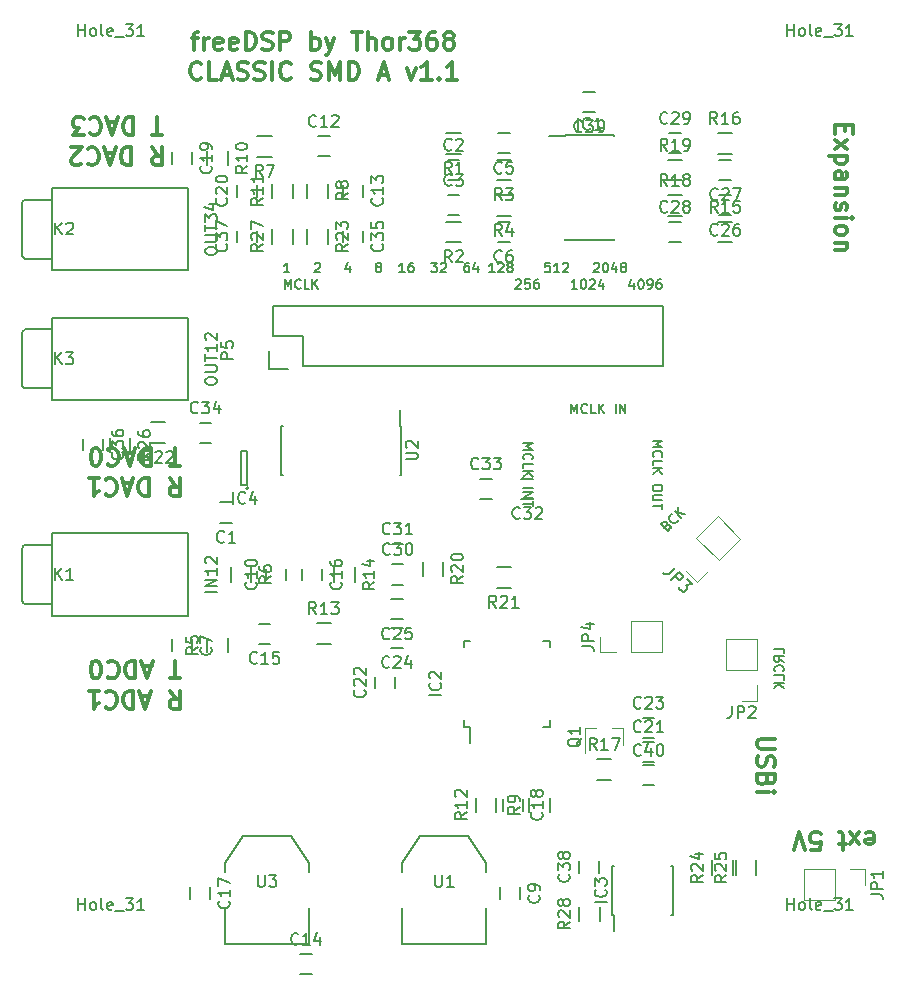
<source format=gbr>
G04 #@! TF.FileFunction,Legend,Top*
%FSLAX46Y46*%
G04 Gerber Fmt 4.6, Leading zero omitted, Abs format (unit mm)*
G04 Created by KiCad (PCBNEW 4.0.7) date 02/05/18 14:07:44*
%MOMM*%
%LPD*%
G01*
G04 APERTURE LIST*
%ADD10C,0.100000*%
%ADD11C,0.200000*%
%ADD12C,0.300000*%
%ADD13C,0.150000*%
%ADD14C,0.120000*%
G04 APERTURE END LIST*
D10*
D11*
X20309524Y-21861905D02*
X19852381Y-21861905D01*
X20080952Y-21861905D02*
X20080952Y-21061905D01*
X20004762Y-21176190D01*
X19928571Y-21252381D01*
X19852381Y-21290476D01*
X22442858Y-21138095D02*
X22480953Y-21100000D01*
X22557144Y-21061905D01*
X22747620Y-21061905D01*
X22823810Y-21100000D01*
X22861906Y-21138095D01*
X22900001Y-21214286D01*
X22900001Y-21290476D01*
X22861906Y-21404762D01*
X22404763Y-21861905D01*
X22900001Y-21861905D01*
X25414287Y-21328571D02*
X25414287Y-21861905D01*
X25223811Y-21023810D02*
X25033335Y-21595238D01*
X25528573Y-21595238D01*
X27776193Y-21404762D02*
X27700002Y-21366667D01*
X27661907Y-21328571D01*
X27623812Y-21252381D01*
X27623812Y-21214286D01*
X27661907Y-21138095D01*
X27700002Y-21100000D01*
X27776193Y-21061905D01*
X27928574Y-21061905D01*
X28004764Y-21100000D01*
X28042860Y-21138095D01*
X28080955Y-21214286D01*
X28080955Y-21252381D01*
X28042860Y-21328571D01*
X28004764Y-21366667D01*
X27928574Y-21404762D01*
X27776193Y-21404762D01*
X27700002Y-21442857D01*
X27661907Y-21480952D01*
X27623812Y-21557143D01*
X27623812Y-21709524D01*
X27661907Y-21785714D01*
X27700002Y-21823810D01*
X27776193Y-21861905D01*
X27928574Y-21861905D01*
X28004764Y-21823810D01*
X28042860Y-21785714D01*
X28080955Y-21709524D01*
X28080955Y-21557143D01*
X28042860Y-21480952D01*
X28004764Y-21442857D01*
X27928574Y-21404762D01*
X30061908Y-21861905D02*
X29604765Y-21861905D01*
X29833336Y-21861905D02*
X29833336Y-21061905D01*
X29757146Y-21176190D01*
X29680955Y-21252381D01*
X29604765Y-21290476D01*
X30747622Y-21061905D02*
X30595241Y-21061905D01*
X30519051Y-21100000D01*
X30480956Y-21138095D01*
X30404765Y-21252381D01*
X30366670Y-21404762D01*
X30366670Y-21709524D01*
X30404765Y-21785714D01*
X30442860Y-21823810D01*
X30519051Y-21861905D01*
X30671432Y-21861905D01*
X30747622Y-21823810D01*
X30785718Y-21785714D01*
X30823813Y-21709524D01*
X30823813Y-21519048D01*
X30785718Y-21442857D01*
X30747622Y-21404762D01*
X30671432Y-21366667D01*
X30519051Y-21366667D01*
X30442860Y-21404762D01*
X30404765Y-21442857D01*
X30366670Y-21519048D01*
X32309528Y-21061905D02*
X32804766Y-21061905D01*
X32538099Y-21366667D01*
X32652385Y-21366667D01*
X32728575Y-21404762D01*
X32766671Y-21442857D01*
X32804766Y-21519048D01*
X32804766Y-21709524D01*
X32766671Y-21785714D01*
X32728575Y-21823810D01*
X32652385Y-21861905D01*
X32423813Y-21861905D01*
X32347623Y-21823810D01*
X32309528Y-21785714D01*
X33109528Y-21138095D02*
X33147623Y-21100000D01*
X33223814Y-21061905D01*
X33414290Y-21061905D01*
X33490480Y-21100000D01*
X33528576Y-21138095D01*
X33566671Y-21214286D01*
X33566671Y-21290476D01*
X33528576Y-21404762D01*
X33071433Y-21861905D01*
X33566671Y-21861905D01*
X35471433Y-21061905D02*
X35319052Y-21061905D01*
X35242862Y-21100000D01*
X35204767Y-21138095D01*
X35128576Y-21252381D01*
X35090481Y-21404762D01*
X35090481Y-21709524D01*
X35128576Y-21785714D01*
X35166671Y-21823810D01*
X35242862Y-21861905D01*
X35395243Y-21861905D01*
X35471433Y-21823810D01*
X35509529Y-21785714D01*
X35547624Y-21709524D01*
X35547624Y-21519048D01*
X35509529Y-21442857D01*
X35471433Y-21404762D01*
X35395243Y-21366667D01*
X35242862Y-21366667D01*
X35166671Y-21404762D01*
X35128576Y-21442857D01*
X35090481Y-21519048D01*
X36233338Y-21328571D02*
X36233338Y-21861905D01*
X36042862Y-21023810D02*
X35852386Y-21595238D01*
X36347624Y-21595238D01*
X37680958Y-21861905D02*
X37223815Y-21861905D01*
X37452386Y-21861905D02*
X37452386Y-21061905D01*
X37376196Y-21176190D01*
X37300005Y-21252381D01*
X37223815Y-21290476D01*
X37985720Y-21138095D02*
X38023815Y-21100000D01*
X38100006Y-21061905D01*
X38290482Y-21061905D01*
X38366672Y-21100000D01*
X38404768Y-21138095D01*
X38442863Y-21214286D01*
X38442863Y-21290476D01*
X38404768Y-21404762D01*
X37947625Y-21861905D01*
X38442863Y-21861905D01*
X38900006Y-21404762D02*
X38823815Y-21366667D01*
X38785720Y-21328571D01*
X38747625Y-21252381D01*
X38747625Y-21214286D01*
X38785720Y-21138095D01*
X38823815Y-21100000D01*
X38900006Y-21061905D01*
X39052387Y-21061905D01*
X39128577Y-21100000D01*
X39166673Y-21138095D01*
X39204768Y-21214286D01*
X39204768Y-21252381D01*
X39166673Y-21328571D01*
X39128577Y-21366667D01*
X39052387Y-21404762D01*
X38900006Y-21404762D01*
X38823815Y-21442857D01*
X38785720Y-21480952D01*
X38747625Y-21557143D01*
X38747625Y-21709524D01*
X38785720Y-21785714D01*
X38823815Y-21823810D01*
X38900006Y-21861905D01*
X39052387Y-21861905D01*
X39128577Y-21823810D01*
X39166673Y-21785714D01*
X39204768Y-21709524D01*
X39204768Y-21557143D01*
X39166673Y-21480952D01*
X39128577Y-21442857D01*
X39052387Y-21404762D01*
X42366674Y-21061905D02*
X41985721Y-21061905D01*
X41947626Y-21442857D01*
X41985721Y-21404762D01*
X42061912Y-21366667D01*
X42252388Y-21366667D01*
X42328578Y-21404762D01*
X42366674Y-21442857D01*
X42404769Y-21519048D01*
X42404769Y-21709524D01*
X42366674Y-21785714D01*
X42328578Y-21823810D01*
X42252388Y-21861905D01*
X42061912Y-21861905D01*
X41985721Y-21823810D01*
X41947626Y-21785714D01*
X43166674Y-21861905D02*
X42709531Y-21861905D01*
X42938102Y-21861905D02*
X42938102Y-21061905D01*
X42861912Y-21176190D01*
X42785721Y-21252381D01*
X42709531Y-21290476D01*
X43471436Y-21138095D02*
X43509531Y-21100000D01*
X43585722Y-21061905D01*
X43776198Y-21061905D01*
X43852388Y-21100000D01*
X43890484Y-21138095D01*
X43928579Y-21214286D01*
X43928579Y-21290476D01*
X43890484Y-21404762D01*
X43433341Y-21861905D01*
X43928579Y-21861905D01*
X46061913Y-21138095D02*
X46100008Y-21100000D01*
X46176199Y-21061905D01*
X46366675Y-21061905D01*
X46442865Y-21100000D01*
X46480961Y-21138095D01*
X46519056Y-21214286D01*
X46519056Y-21290476D01*
X46480961Y-21404762D01*
X46023818Y-21861905D01*
X46519056Y-21861905D01*
X47014294Y-21061905D02*
X47090485Y-21061905D01*
X47166675Y-21100000D01*
X47204770Y-21138095D01*
X47242866Y-21214286D01*
X47280961Y-21366667D01*
X47280961Y-21557143D01*
X47242866Y-21709524D01*
X47204770Y-21785714D01*
X47166675Y-21823810D01*
X47090485Y-21861905D01*
X47014294Y-21861905D01*
X46938104Y-21823810D01*
X46900008Y-21785714D01*
X46861913Y-21709524D01*
X46823818Y-21557143D01*
X46823818Y-21366667D01*
X46861913Y-21214286D01*
X46900008Y-21138095D01*
X46938104Y-21100000D01*
X47014294Y-21061905D01*
X47966675Y-21328571D02*
X47966675Y-21861905D01*
X47776199Y-21023810D02*
X47585723Y-21595238D01*
X48080961Y-21595238D01*
X48500009Y-21404762D02*
X48423818Y-21366667D01*
X48385723Y-21328571D01*
X48347628Y-21252381D01*
X48347628Y-21214286D01*
X48385723Y-21138095D01*
X48423818Y-21100000D01*
X48500009Y-21061905D01*
X48652390Y-21061905D01*
X48728580Y-21100000D01*
X48766676Y-21138095D01*
X48804771Y-21214286D01*
X48804771Y-21252381D01*
X48766676Y-21328571D01*
X48728580Y-21366667D01*
X48652390Y-21404762D01*
X48500009Y-21404762D01*
X48423818Y-21442857D01*
X48385723Y-21480952D01*
X48347628Y-21557143D01*
X48347628Y-21709524D01*
X48385723Y-21785714D01*
X48423818Y-21823810D01*
X48500009Y-21861905D01*
X48652390Y-21861905D01*
X48728580Y-21823810D01*
X48766676Y-21785714D01*
X48804771Y-21709524D01*
X48804771Y-21557143D01*
X48766676Y-21480952D01*
X48728580Y-21442857D01*
X48652390Y-21404762D01*
X19890476Y-23261905D02*
X19890476Y-22461905D01*
X20157143Y-23033333D01*
X20423810Y-22461905D01*
X20423810Y-23261905D01*
X21261905Y-23185714D02*
X21223810Y-23223810D01*
X21109524Y-23261905D01*
X21033334Y-23261905D01*
X20919048Y-23223810D01*
X20842857Y-23147619D01*
X20804762Y-23071429D01*
X20766667Y-22919048D01*
X20766667Y-22804762D01*
X20804762Y-22652381D01*
X20842857Y-22576190D01*
X20919048Y-22500000D01*
X21033334Y-22461905D01*
X21109524Y-22461905D01*
X21223810Y-22500000D01*
X21261905Y-22538095D01*
X21985715Y-23261905D02*
X21604762Y-23261905D01*
X21604762Y-22461905D01*
X22252381Y-23261905D02*
X22252381Y-22461905D01*
X22709524Y-23261905D02*
X22366667Y-22804762D01*
X22709524Y-22461905D02*
X22252381Y-22919048D01*
X39471434Y-22538095D02*
X39509529Y-22500000D01*
X39585720Y-22461905D01*
X39776196Y-22461905D01*
X39852386Y-22500000D01*
X39890482Y-22538095D01*
X39928577Y-22614286D01*
X39928577Y-22690476D01*
X39890482Y-22804762D01*
X39433339Y-23261905D01*
X39928577Y-23261905D01*
X40652387Y-22461905D02*
X40271434Y-22461905D01*
X40233339Y-22842857D01*
X40271434Y-22804762D01*
X40347625Y-22766667D01*
X40538101Y-22766667D01*
X40614291Y-22804762D01*
X40652387Y-22842857D01*
X40690482Y-22919048D01*
X40690482Y-23109524D01*
X40652387Y-23185714D01*
X40614291Y-23223810D01*
X40538101Y-23261905D01*
X40347625Y-23261905D01*
X40271434Y-23223810D01*
X40233339Y-23185714D01*
X41376196Y-22461905D02*
X41223815Y-22461905D01*
X41147625Y-22500000D01*
X41109530Y-22538095D01*
X41033339Y-22652381D01*
X40995244Y-22804762D01*
X40995244Y-23109524D01*
X41033339Y-23185714D01*
X41071434Y-23223810D01*
X41147625Y-23261905D01*
X41300006Y-23261905D01*
X41376196Y-23223810D01*
X41414292Y-23185714D01*
X41452387Y-23109524D01*
X41452387Y-22919048D01*
X41414292Y-22842857D01*
X41376196Y-22804762D01*
X41300006Y-22766667D01*
X41147625Y-22766667D01*
X41071434Y-22804762D01*
X41033339Y-22842857D01*
X40995244Y-22919048D01*
X44652388Y-23261905D02*
X44195245Y-23261905D01*
X44423816Y-23261905D02*
X44423816Y-22461905D01*
X44347626Y-22576190D01*
X44271435Y-22652381D01*
X44195245Y-22690476D01*
X45147626Y-22461905D02*
X45223817Y-22461905D01*
X45300007Y-22500000D01*
X45338102Y-22538095D01*
X45376198Y-22614286D01*
X45414293Y-22766667D01*
X45414293Y-22957143D01*
X45376198Y-23109524D01*
X45338102Y-23185714D01*
X45300007Y-23223810D01*
X45223817Y-23261905D01*
X45147626Y-23261905D01*
X45071436Y-23223810D01*
X45033340Y-23185714D01*
X44995245Y-23109524D01*
X44957150Y-22957143D01*
X44957150Y-22766667D01*
X44995245Y-22614286D01*
X45033340Y-22538095D01*
X45071436Y-22500000D01*
X45147626Y-22461905D01*
X45719055Y-22538095D02*
X45757150Y-22500000D01*
X45833341Y-22461905D01*
X46023817Y-22461905D01*
X46100007Y-22500000D01*
X46138103Y-22538095D01*
X46176198Y-22614286D01*
X46176198Y-22690476D01*
X46138103Y-22804762D01*
X45680960Y-23261905D01*
X46176198Y-23261905D01*
X46861912Y-22728571D02*
X46861912Y-23261905D01*
X46671436Y-22423810D02*
X46480960Y-22995238D01*
X46976198Y-22995238D01*
X49452389Y-22728571D02*
X49452389Y-23261905D01*
X49261913Y-22423810D02*
X49071437Y-22995238D01*
X49566675Y-22995238D01*
X50023818Y-22461905D02*
X50100009Y-22461905D01*
X50176199Y-22500000D01*
X50214294Y-22538095D01*
X50252390Y-22614286D01*
X50290485Y-22766667D01*
X50290485Y-22957143D01*
X50252390Y-23109524D01*
X50214294Y-23185714D01*
X50176199Y-23223810D01*
X50100009Y-23261905D01*
X50023818Y-23261905D01*
X49947628Y-23223810D01*
X49909532Y-23185714D01*
X49871437Y-23109524D01*
X49833342Y-22957143D01*
X49833342Y-22766667D01*
X49871437Y-22614286D01*
X49909532Y-22538095D01*
X49947628Y-22500000D01*
X50023818Y-22461905D01*
X50671437Y-23261905D02*
X50823818Y-23261905D01*
X50900009Y-23223810D01*
X50938104Y-23185714D01*
X51014295Y-23071429D01*
X51052390Y-22919048D01*
X51052390Y-22614286D01*
X51014295Y-22538095D01*
X50976199Y-22500000D01*
X50900009Y-22461905D01*
X50747628Y-22461905D01*
X50671437Y-22500000D01*
X50633342Y-22538095D01*
X50595247Y-22614286D01*
X50595247Y-22804762D01*
X50633342Y-22880952D01*
X50671437Y-22919048D01*
X50747628Y-22957143D01*
X50900009Y-22957143D01*
X50976199Y-22919048D01*
X51014295Y-22880952D01*
X51052390Y-22804762D01*
X51738104Y-22461905D02*
X51585723Y-22461905D01*
X51509533Y-22500000D01*
X51471438Y-22538095D01*
X51395247Y-22652381D01*
X51357152Y-22804762D01*
X51357152Y-23109524D01*
X51395247Y-23185714D01*
X51433342Y-23223810D01*
X51509533Y-23261905D01*
X51661914Y-23261905D01*
X51738104Y-23223810D01*
X51776200Y-23185714D01*
X51814295Y-23109524D01*
X51814295Y-22919048D01*
X51776200Y-22842857D01*
X51738104Y-22804762D01*
X51661914Y-22766667D01*
X51509533Y-22766667D01*
X51433342Y-22804762D01*
X51395247Y-22842857D01*
X51357152Y-22919048D01*
X40088095Y-36340476D02*
X40888095Y-36340476D01*
X40316667Y-36607143D01*
X40888095Y-36873810D01*
X40088095Y-36873810D01*
X40164286Y-37711905D02*
X40126190Y-37673810D01*
X40088095Y-37559524D01*
X40088095Y-37483334D01*
X40126190Y-37369048D01*
X40202381Y-37292857D01*
X40278571Y-37254762D01*
X40430952Y-37216667D01*
X40545238Y-37216667D01*
X40697619Y-37254762D01*
X40773810Y-37292857D01*
X40850000Y-37369048D01*
X40888095Y-37483334D01*
X40888095Y-37559524D01*
X40850000Y-37673810D01*
X40811905Y-37711905D01*
X40088095Y-38435715D02*
X40088095Y-38054762D01*
X40888095Y-38054762D01*
X40088095Y-38702381D02*
X40888095Y-38702381D01*
X40088095Y-39159524D02*
X40545238Y-38816667D01*
X40888095Y-39159524D02*
X40430952Y-38702381D01*
X40088095Y-40111905D02*
X40888095Y-40111905D01*
X40088095Y-40492857D02*
X40888095Y-40492857D01*
X40088095Y-40950000D01*
X40888095Y-40950000D01*
X40888095Y-41216666D02*
X40888095Y-41673809D01*
X40088095Y-41445238D02*
X40888095Y-41445238D01*
X44145238Y-33811905D02*
X44145238Y-33011905D01*
X44411905Y-33583333D01*
X44678572Y-33011905D01*
X44678572Y-33811905D01*
X45516667Y-33735714D02*
X45478572Y-33773810D01*
X45364286Y-33811905D01*
X45288096Y-33811905D01*
X45173810Y-33773810D01*
X45097619Y-33697619D01*
X45059524Y-33621429D01*
X45021429Y-33469048D01*
X45021429Y-33354762D01*
X45059524Y-33202381D01*
X45097619Y-33126190D01*
X45173810Y-33050000D01*
X45288096Y-33011905D01*
X45364286Y-33011905D01*
X45478572Y-33050000D01*
X45516667Y-33088095D01*
X46240477Y-33811905D02*
X45859524Y-33811905D01*
X45859524Y-33011905D01*
X46507143Y-33811905D02*
X46507143Y-33011905D01*
X46964286Y-33811905D02*
X46621429Y-33354762D01*
X46964286Y-33011905D02*
X46507143Y-33469048D01*
X47916667Y-33811905D02*
X47916667Y-33011905D01*
X48297619Y-33811905D02*
X48297619Y-33011905D01*
X48754762Y-33811905D01*
X48754762Y-33011905D01*
X51088095Y-36111905D02*
X51888095Y-36111905D01*
X51316667Y-36378572D01*
X51888095Y-36645239D01*
X51088095Y-36645239D01*
X51164286Y-37483334D02*
X51126190Y-37445239D01*
X51088095Y-37330953D01*
X51088095Y-37254763D01*
X51126190Y-37140477D01*
X51202381Y-37064286D01*
X51278571Y-37026191D01*
X51430952Y-36988096D01*
X51545238Y-36988096D01*
X51697619Y-37026191D01*
X51773810Y-37064286D01*
X51850000Y-37140477D01*
X51888095Y-37254763D01*
X51888095Y-37330953D01*
X51850000Y-37445239D01*
X51811905Y-37483334D01*
X51088095Y-38207144D02*
X51088095Y-37826191D01*
X51888095Y-37826191D01*
X51088095Y-38473810D02*
X51888095Y-38473810D01*
X51088095Y-38930953D02*
X51545238Y-38588096D01*
X51888095Y-38930953D02*
X51430952Y-38473810D01*
X51888095Y-40035715D02*
X51888095Y-40188096D01*
X51850000Y-40264287D01*
X51773810Y-40340477D01*
X51621429Y-40378572D01*
X51354762Y-40378572D01*
X51202381Y-40340477D01*
X51126190Y-40264287D01*
X51088095Y-40188096D01*
X51088095Y-40035715D01*
X51126190Y-39959525D01*
X51202381Y-39883334D01*
X51354762Y-39845239D01*
X51621429Y-39845239D01*
X51773810Y-39883334D01*
X51850000Y-39959525D01*
X51888095Y-40035715D01*
X51888095Y-40721429D02*
X51240476Y-40721429D01*
X51164286Y-40759524D01*
X51126190Y-40797620D01*
X51088095Y-40873810D01*
X51088095Y-41026191D01*
X51126190Y-41102382D01*
X51164286Y-41140477D01*
X51240476Y-41178572D01*
X51888095Y-41178572D01*
X51888095Y-41445238D02*
X51888095Y-41902381D01*
X51088095Y-41673810D02*
X51888095Y-41673810D01*
X52234315Y-43284873D02*
X52342064Y-43230998D01*
X52395939Y-43230999D01*
X52476751Y-43257936D01*
X52557563Y-43338748D01*
X52584501Y-43419560D01*
X52584501Y-43473435D01*
X52557563Y-43554247D01*
X52342064Y-43769747D01*
X51776379Y-43204061D01*
X51964941Y-43015499D01*
X52045753Y-42988562D01*
X52099628Y-42988561D01*
X52180440Y-43015499D01*
X52234315Y-43069374D01*
X52261253Y-43150186D01*
X52261252Y-43204061D01*
X52234315Y-43284873D01*
X52045753Y-43473435D01*
X53177123Y-42826937D02*
X53177124Y-42880812D01*
X53123249Y-42988562D01*
X53069374Y-43042437D01*
X52961625Y-43096312D01*
X52853874Y-43096312D01*
X52773063Y-43069374D01*
X52638376Y-42988562D01*
X52557563Y-42907750D01*
X52476751Y-42773063D01*
X52449813Y-42692250D01*
X52449814Y-42584501D01*
X52503689Y-42476751D01*
X52557563Y-42422877D01*
X52665313Y-42369001D01*
X52719188Y-42369001D01*
X53473435Y-42638376D02*
X52907750Y-42072690D01*
X53796684Y-42315127D02*
X53230999Y-42234315D01*
X53230999Y-41749442D02*
X53230999Y-42395939D01*
D12*
X61421429Y-61350000D02*
X60207143Y-61350000D01*
X60064286Y-61421428D01*
X59992857Y-61492857D01*
X59921429Y-61635714D01*
X59921429Y-61921428D01*
X59992857Y-62064286D01*
X60064286Y-62135714D01*
X60207143Y-62207143D01*
X61421429Y-62207143D01*
X59992857Y-62850000D02*
X59921429Y-63064286D01*
X59921429Y-63421429D01*
X59992857Y-63564286D01*
X60064286Y-63635715D01*
X60207143Y-63707143D01*
X60350000Y-63707143D01*
X60492857Y-63635715D01*
X60564286Y-63564286D01*
X60635714Y-63421429D01*
X60707143Y-63135715D01*
X60778571Y-62992857D01*
X60850000Y-62921429D01*
X60992857Y-62850000D01*
X61135714Y-62850000D01*
X61278571Y-62921429D01*
X61350000Y-62992857D01*
X61421429Y-63135715D01*
X61421429Y-63492857D01*
X61350000Y-63707143D01*
X60707143Y-64850000D02*
X60635714Y-65064286D01*
X60564286Y-65135714D01*
X60421429Y-65207143D01*
X60207143Y-65207143D01*
X60064286Y-65135714D01*
X59992857Y-65064286D01*
X59921429Y-64921428D01*
X59921429Y-64350000D01*
X61421429Y-64350000D01*
X61421429Y-64850000D01*
X61350000Y-64992857D01*
X61278571Y-65064286D01*
X61135714Y-65135714D01*
X60992857Y-65135714D01*
X60850000Y-65064286D01*
X60778571Y-64992857D01*
X60707143Y-64850000D01*
X60707143Y-64350000D01*
X59921429Y-65850000D02*
X60921429Y-65850000D01*
X61421429Y-65850000D02*
X61350000Y-65778571D01*
X61278571Y-65850000D01*
X61350000Y-65921428D01*
X61421429Y-65850000D01*
X61278571Y-65850000D01*
X69128571Y-69342857D02*
X69271428Y-69271429D01*
X69557142Y-69271429D01*
X69699999Y-69342857D01*
X69771428Y-69485714D01*
X69771428Y-70057143D01*
X69699999Y-70200000D01*
X69557142Y-70271429D01*
X69271428Y-70271429D01*
X69128571Y-70200000D01*
X69057142Y-70057143D01*
X69057142Y-69914286D01*
X69771428Y-69771429D01*
X68557142Y-69271429D02*
X67771428Y-70271429D01*
X68557142Y-70271429D02*
X67771428Y-69271429D01*
X67414285Y-70271429D02*
X66842856Y-70271429D01*
X67199999Y-70771429D02*
X67199999Y-69485714D01*
X67128571Y-69342857D01*
X66985713Y-69271429D01*
X66842856Y-69271429D01*
X64485713Y-70771429D02*
X65199999Y-70771429D01*
X65271428Y-70057143D01*
X65199999Y-70128571D01*
X65057142Y-70200000D01*
X64699999Y-70200000D01*
X64557142Y-70128571D01*
X64485713Y-70057143D01*
X64414285Y-69914286D01*
X64414285Y-69557143D01*
X64485713Y-69414286D01*
X64557142Y-69342857D01*
X64699999Y-69271429D01*
X65057142Y-69271429D01*
X65199999Y-69342857D01*
X65271428Y-69414286D01*
X63985714Y-70771429D02*
X63485714Y-69271429D01*
X62985714Y-70771429D01*
X67307143Y-9414285D02*
X67307143Y-9914285D01*
X66521429Y-10128571D02*
X66521429Y-9414285D01*
X68021429Y-9414285D01*
X68021429Y-10128571D01*
X66521429Y-10628571D02*
X67521429Y-11414285D01*
X67521429Y-10628571D02*
X66521429Y-11414285D01*
X67521429Y-11985714D02*
X66021429Y-11985714D01*
X67450000Y-11985714D02*
X67521429Y-12128571D01*
X67521429Y-12414285D01*
X67450000Y-12557142D01*
X67378571Y-12628571D01*
X67235714Y-12700000D01*
X66807143Y-12700000D01*
X66664286Y-12628571D01*
X66592857Y-12557142D01*
X66521429Y-12414285D01*
X66521429Y-12128571D01*
X66592857Y-11985714D01*
X66521429Y-13985714D02*
X67307143Y-13985714D01*
X67450000Y-13914285D01*
X67521429Y-13771428D01*
X67521429Y-13485714D01*
X67450000Y-13342857D01*
X66592857Y-13985714D02*
X66521429Y-13842857D01*
X66521429Y-13485714D01*
X66592857Y-13342857D01*
X66735714Y-13271428D01*
X66878571Y-13271428D01*
X67021429Y-13342857D01*
X67092857Y-13485714D01*
X67092857Y-13842857D01*
X67164286Y-13985714D01*
X67521429Y-14700000D02*
X66521429Y-14700000D01*
X67378571Y-14700000D02*
X67450000Y-14771428D01*
X67521429Y-14914286D01*
X67521429Y-15128571D01*
X67450000Y-15271428D01*
X67307143Y-15342857D01*
X66521429Y-15342857D01*
X66592857Y-15985714D02*
X66521429Y-16128571D01*
X66521429Y-16414286D01*
X66592857Y-16557143D01*
X66735714Y-16628571D01*
X66807143Y-16628571D01*
X66950000Y-16557143D01*
X67021429Y-16414286D01*
X67021429Y-16200000D01*
X67092857Y-16057143D01*
X67235714Y-15985714D01*
X67307143Y-15985714D01*
X67450000Y-16057143D01*
X67521429Y-16200000D01*
X67521429Y-16414286D01*
X67450000Y-16557143D01*
X66521429Y-17271429D02*
X67521429Y-17271429D01*
X68021429Y-17271429D02*
X67950000Y-17200000D01*
X67878571Y-17271429D01*
X67950000Y-17342857D01*
X68021429Y-17271429D01*
X67878571Y-17271429D01*
X66521429Y-18200001D02*
X66592857Y-18057143D01*
X66664286Y-17985715D01*
X66807143Y-17914286D01*
X67235714Y-17914286D01*
X67378571Y-17985715D01*
X67450000Y-18057143D01*
X67521429Y-18200001D01*
X67521429Y-18414286D01*
X67450000Y-18557143D01*
X67378571Y-18628572D01*
X67235714Y-18700001D01*
X66807143Y-18700001D01*
X66664286Y-18628572D01*
X66592857Y-18557143D01*
X66521429Y-18414286D01*
X66521429Y-18200001D01*
X67521429Y-19342858D02*
X66521429Y-19342858D01*
X67378571Y-19342858D02*
X67450000Y-19414286D01*
X67521429Y-19557144D01*
X67521429Y-19771429D01*
X67450000Y-19914286D01*
X67307143Y-19985715D01*
X66521429Y-19985715D01*
X12021430Y-2003571D02*
X12592859Y-2003571D01*
X12235716Y-3003571D02*
X12235716Y-1717857D01*
X12307144Y-1575000D01*
X12450002Y-1503571D01*
X12592859Y-1503571D01*
X13092859Y-3003571D02*
X13092859Y-2003571D01*
X13092859Y-2289286D02*
X13164287Y-2146429D01*
X13235716Y-2075000D01*
X13378573Y-2003571D01*
X13521430Y-2003571D01*
X14592858Y-2932143D02*
X14450001Y-3003571D01*
X14164287Y-3003571D01*
X14021430Y-2932143D01*
X13950001Y-2789286D01*
X13950001Y-2217857D01*
X14021430Y-2075000D01*
X14164287Y-2003571D01*
X14450001Y-2003571D01*
X14592858Y-2075000D01*
X14664287Y-2217857D01*
X14664287Y-2360714D01*
X13950001Y-2503571D01*
X15878572Y-2932143D02*
X15735715Y-3003571D01*
X15450001Y-3003571D01*
X15307144Y-2932143D01*
X15235715Y-2789286D01*
X15235715Y-2217857D01*
X15307144Y-2075000D01*
X15450001Y-2003571D01*
X15735715Y-2003571D01*
X15878572Y-2075000D01*
X15950001Y-2217857D01*
X15950001Y-2360714D01*
X15235715Y-2503571D01*
X16592858Y-3003571D02*
X16592858Y-1503571D01*
X16950001Y-1503571D01*
X17164286Y-1575000D01*
X17307144Y-1717857D01*
X17378572Y-1860714D01*
X17450001Y-2146429D01*
X17450001Y-2360714D01*
X17378572Y-2646429D01*
X17307144Y-2789286D01*
X17164286Y-2932143D01*
X16950001Y-3003571D01*
X16592858Y-3003571D01*
X18021429Y-2932143D02*
X18235715Y-3003571D01*
X18592858Y-3003571D01*
X18735715Y-2932143D01*
X18807144Y-2860714D01*
X18878572Y-2717857D01*
X18878572Y-2575000D01*
X18807144Y-2432143D01*
X18735715Y-2360714D01*
X18592858Y-2289286D01*
X18307144Y-2217857D01*
X18164286Y-2146429D01*
X18092858Y-2075000D01*
X18021429Y-1932143D01*
X18021429Y-1789286D01*
X18092858Y-1646429D01*
X18164286Y-1575000D01*
X18307144Y-1503571D01*
X18664286Y-1503571D01*
X18878572Y-1575000D01*
X19521429Y-3003571D02*
X19521429Y-1503571D01*
X20092857Y-1503571D01*
X20235715Y-1575000D01*
X20307143Y-1646429D01*
X20378572Y-1789286D01*
X20378572Y-2003571D01*
X20307143Y-2146429D01*
X20235715Y-2217857D01*
X20092857Y-2289286D01*
X19521429Y-2289286D01*
X22164286Y-3003571D02*
X22164286Y-1503571D01*
X22164286Y-2075000D02*
X22307143Y-2003571D01*
X22592857Y-2003571D01*
X22735714Y-2075000D01*
X22807143Y-2146429D01*
X22878572Y-2289286D01*
X22878572Y-2717857D01*
X22807143Y-2860714D01*
X22735714Y-2932143D01*
X22592857Y-3003571D01*
X22307143Y-3003571D01*
X22164286Y-2932143D01*
X23378572Y-2003571D02*
X23735715Y-3003571D01*
X24092857Y-2003571D02*
X23735715Y-3003571D01*
X23592857Y-3360714D01*
X23521429Y-3432143D01*
X23378572Y-3503571D01*
X25592857Y-1503571D02*
X26450000Y-1503571D01*
X26021429Y-3003571D02*
X26021429Y-1503571D01*
X26950000Y-3003571D02*
X26950000Y-1503571D01*
X27592857Y-3003571D02*
X27592857Y-2217857D01*
X27521428Y-2075000D01*
X27378571Y-2003571D01*
X27164286Y-2003571D01*
X27021428Y-2075000D01*
X26950000Y-2146429D01*
X28521429Y-3003571D02*
X28378571Y-2932143D01*
X28307143Y-2860714D01*
X28235714Y-2717857D01*
X28235714Y-2289286D01*
X28307143Y-2146429D01*
X28378571Y-2075000D01*
X28521429Y-2003571D01*
X28735714Y-2003571D01*
X28878571Y-2075000D01*
X28950000Y-2146429D01*
X29021429Y-2289286D01*
X29021429Y-2717857D01*
X28950000Y-2860714D01*
X28878571Y-2932143D01*
X28735714Y-3003571D01*
X28521429Y-3003571D01*
X29664286Y-3003571D02*
X29664286Y-2003571D01*
X29664286Y-2289286D02*
X29735714Y-2146429D01*
X29807143Y-2075000D01*
X29950000Y-2003571D01*
X30092857Y-2003571D01*
X30450000Y-1503571D02*
X31378571Y-1503571D01*
X30878571Y-2075000D01*
X31092857Y-2075000D01*
X31235714Y-2146429D01*
X31307143Y-2217857D01*
X31378571Y-2360714D01*
X31378571Y-2717857D01*
X31307143Y-2860714D01*
X31235714Y-2932143D01*
X31092857Y-3003571D01*
X30664285Y-3003571D01*
X30521428Y-2932143D01*
X30450000Y-2860714D01*
X32664285Y-1503571D02*
X32378571Y-1503571D01*
X32235714Y-1575000D01*
X32164285Y-1646429D01*
X32021428Y-1860714D01*
X31949999Y-2146429D01*
X31949999Y-2717857D01*
X32021428Y-2860714D01*
X32092856Y-2932143D01*
X32235714Y-3003571D01*
X32521428Y-3003571D01*
X32664285Y-2932143D01*
X32735714Y-2860714D01*
X32807142Y-2717857D01*
X32807142Y-2360714D01*
X32735714Y-2217857D01*
X32664285Y-2146429D01*
X32521428Y-2075000D01*
X32235714Y-2075000D01*
X32092856Y-2146429D01*
X32021428Y-2217857D01*
X31949999Y-2360714D01*
X33664285Y-2146429D02*
X33521427Y-2075000D01*
X33449999Y-2003571D01*
X33378570Y-1860714D01*
X33378570Y-1789286D01*
X33449999Y-1646429D01*
X33521427Y-1575000D01*
X33664285Y-1503571D01*
X33949999Y-1503571D01*
X34092856Y-1575000D01*
X34164285Y-1646429D01*
X34235713Y-1789286D01*
X34235713Y-1860714D01*
X34164285Y-2003571D01*
X34092856Y-2075000D01*
X33949999Y-2146429D01*
X33664285Y-2146429D01*
X33521427Y-2217857D01*
X33449999Y-2289286D01*
X33378570Y-2432143D01*
X33378570Y-2717857D01*
X33449999Y-2860714D01*
X33521427Y-2932143D01*
X33664285Y-3003571D01*
X33949999Y-3003571D01*
X34092856Y-2932143D01*
X34164285Y-2860714D01*
X34235713Y-2717857D01*
X34235713Y-2432143D01*
X34164285Y-2289286D01*
X34092856Y-2217857D01*
X33949999Y-2146429D01*
X12842859Y-5410714D02*
X12771430Y-5482143D01*
X12557144Y-5553571D01*
X12414287Y-5553571D01*
X12200002Y-5482143D01*
X12057144Y-5339286D01*
X11985716Y-5196429D01*
X11914287Y-4910714D01*
X11914287Y-4696429D01*
X11985716Y-4410714D01*
X12057144Y-4267857D01*
X12200002Y-4125000D01*
X12414287Y-4053571D01*
X12557144Y-4053571D01*
X12771430Y-4125000D01*
X12842859Y-4196429D01*
X14200002Y-5553571D02*
X13485716Y-5553571D01*
X13485716Y-4053571D01*
X14628573Y-5125000D02*
X15342859Y-5125000D01*
X14485716Y-5553571D02*
X14985716Y-4053571D01*
X15485716Y-5553571D01*
X15914287Y-5482143D02*
X16128573Y-5553571D01*
X16485716Y-5553571D01*
X16628573Y-5482143D01*
X16700002Y-5410714D01*
X16771430Y-5267857D01*
X16771430Y-5125000D01*
X16700002Y-4982143D01*
X16628573Y-4910714D01*
X16485716Y-4839286D01*
X16200002Y-4767857D01*
X16057144Y-4696429D01*
X15985716Y-4625000D01*
X15914287Y-4482143D01*
X15914287Y-4339286D01*
X15985716Y-4196429D01*
X16057144Y-4125000D01*
X16200002Y-4053571D01*
X16557144Y-4053571D01*
X16771430Y-4125000D01*
X17342858Y-5482143D02*
X17557144Y-5553571D01*
X17914287Y-5553571D01*
X18057144Y-5482143D01*
X18128573Y-5410714D01*
X18200001Y-5267857D01*
X18200001Y-5125000D01*
X18128573Y-4982143D01*
X18057144Y-4910714D01*
X17914287Y-4839286D01*
X17628573Y-4767857D01*
X17485715Y-4696429D01*
X17414287Y-4625000D01*
X17342858Y-4482143D01*
X17342858Y-4339286D01*
X17414287Y-4196429D01*
X17485715Y-4125000D01*
X17628573Y-4053571D01*
X17985715Y-4053571D01*
X18200001Y-4125000D01*
X18842858Y-5553571D02*
X18842858Y-4053571D01*
X20414287Y-5410714D02*
X20342858Y-5482143D01*
X20128572Y-5553571D01*
X19985715Y-5553571D01*
X19771430Y-5482143D01*
X19628572Y-5339286D01*
X19557144Y-5196429D01*
X19485715Y-4910714D01*
X19485715Y-4696429D01*
X19557144Y-4410714D01*
X19628572Y-4267857D01*
X19771430Y-4125000D01*
X19985715Y-4053571D01*
X20128572Y-4053571D01*
X20342858Y-4125000D01*
X20414287Y-4196429D01*
X22128572Y-5482143D02*
X22342858Y-5553571D01*
X22700001Y-5553571D01*
X22842858Y-5482143D01*
X22914287Y-5410714D01*
X22985715Y-5267857D01*
X22985715Y-5125000D01*
X22914287Y-4982143D01*
X22842858Y-4910714D01*
X22700001Y-4839286D01*
X22414287Y-4767857D01*
X22271429Y-4696429D01*
X22200001Y-4625000D01*
X22128572Y-4482143D01*
X22128572Y-4339286D01*
X22200001Y-4196429D01*
X22271429Y-4125000D01*
X22414287Y-4053571D01*
X22771429Y-4053571D01*
X22985715Y-4125000D01*
X23628572Y-5553571D02*
X23628572Y-4053571D01*
X24128572Y-5125000D01*
X24628572Y-4053571D01*
X24628572Y-5553571D01*
X25342858Y-5553571D02*
X25342858Y-4053571D01*
X25700001Y-4053571D01*
X25914286Y-4125000D01*
X26057144Y-4267857D01*
X26128572Y-4410714D01*
X26200001Y-4696429D01*
X26200001Y-4910714D01*
X26128572Y-5196429D01*
X26057144Y-5339286D01*
X25914286Y-5482143D01*
X25700001Y-5553571D01*
X25342858Y-5553571D01*
X27914286Y-5125000D02*
X28628572Y-5125000D01*
X27771429Y-5553571D02*
X28271429Y-4053571D01*
X28771429Y-5553571D01*
X30271429Y-4553571D02*
X30628572Y-5553571D01*
X30985714Y-4553571D01*
X32342857Y-5553571D02*
X31485714Y-5553571D01*
X31914286Y-5553571D02*
X31914286Y-4053571D01*
X31771429Y-4267857D01*
X31628571Y-4410714D01*
X31485714Y-4482143D01*
X32985714Y-5410714D02*
X33057142Y-5482143D01*
X32985714Y-5553571D01*
X32914285Y-5482143D01*
X32985714Y-5410714D01*
X32985714Y-5553571D01*
X34485714Y-5553571D02*
X33628571Y-5553571D01*
X34057143Y-5553571D02*
X34057143Y-4053571D01*
X33914286Y-4267857D01*
X33771428Y-4410714D01*
X33628571Y-4482143D01*
X8664285Y-11296429D02*
X9164285Y-12010714D01*
X9521428Y-11296429D02*
X9521428Y-12796429D01*
X8950000Y-12796429D01*
X8807142Y-12725000D01*
X8735714Y-12653571D01*
X8664285Y-12510714D01*
X8664285Y-12296429D01*
X8735714Y-12153571D01*
X8807142Y-12082143D01*
X8950000Y-12010714D01*
X9521428Y-12010714D01*
X6878571Y-11296429D02*
X6878571Y-12796429D01*
X6521428Y-12796429D01*
X6307143Y-12725000D01*
X6164285Y-12582143D01*
X6092857Y-12439286D01*
X6021428Y-12153571D01*
X6021428Y-11939286D01*
X6092857Y-11653571D01*
X6164285Y-11510714D01*
X6307143Y-11367857D01*
X6521428Y-11296429D01*
X6878571Y-11296429D01*
X5450000Y-11725000D02*
X4735714Y-11725000D01*
X5592857Y-11296429D02*
X5092857Y-12796429D01*
X4592857Y-11296429D01*
X3235714Y-11439286D02*
X3307143Y-11367857D01*
X3521429Y-11296429D01*
X3664286Y-11296429D01*
X3878571Y-11367857D01*
X4021429Y-11510714D01*
X4092857Y-11653571D01*
X4164286Y-11939286D01*
X4164286Y-12153571D01*
X4092857Y-12439286D01*
X4021429Y-12582143D01*
X3878571Y-12725000D01*
X3664286Y-12796429D01*
X3521429Y-12796429D01*
X3307143Y-12725000D01*
X3235714Y-12653571D01*
X2664286Y-12653571D02*
X2592857Y-12725000D01*
X2450000Y-12796429D01*
X2092857Y-12796429D01*
X1950000Y-12725000D01*
X1878571Y-12653571D01*
X1807143Y-12510714D01*
X1807143Y-12367857D01*
X1878571Y-12153571D01*
X2735714Y-11296429D01*
X1807143Y-11296429D01*
X9557142Y-10246429D02*
X8699999Y-10246429D01*
X9128570Y-8746429D02*
X9128570Y-10246429D01*
X7057142Y-8746429D02*
X7057142Y-10246429D01*
X6699999Y-10246429D01*
X6485714Y-10175000D01*
X6342856Y-10032143D01*
X6271428Y-9889286D01*
X6199999Y-9603571D01*
X6199999Y-9389286D01*
X6271428Y-9103571D01*
X6342856Y-8960714D01*
X6485714Y-8817857D01*
X6699999Y-8746429D01*
X7057142Y-8746429D01*
X5628571Y-9175000D02*
X4914285Y-9175000D01*
X5771428Y-8746429D02*
X5271428Y-10246429D01*
X4771428Y-8746429D01*
X3414285Y-8889286D02*
X3485714Y-8817857D01*
X3700000Y-8746429D01*
X3842857Y-8746429D01*
X4057142Y-8817857D01*
X4200000Y-8960714D01*
X4271428Y-9103571D01*
X4342857Y-9389286D01*
X4342857Y-9603571D01*
X4271428Y-9889286D01*
X4200000Y-10032143D01*
X4057142Y-10175000D01*
X3842857Y-10246429D01*
X3700000Y-10246429D01*
X3485714Y-10175000D01*
X3414285Y-10103571D01*
X2914285Y-10246429D02*
X1985714Y-10246429D01*
X2485714Y-9675000D01*
X2271428Y-9675000D01*
X2128571Y-9603571D01*
X2057142Y-9532143D01*
X1985714Y-9389286D01*
X1985714Y-9032143D01*
X2057142Y-8889286D01*
X2128571Y-8817857D01*
X2271428Y-8746429D01*
X2700000Y-8746429D01*
X2842857Y-8817857D01*
X2914285Y-8889286D01*
X10164285Y-39296429D02*
X10664285Y-40010714D01*
X11021428Y-39296429D02*
X11021428Y-40796429D01*
X10450000Y-40796429D01*
X10307142Y-40725000D01*
X10235714Y-40653571D01*
X10164285Y-40510714D01*
X10164285Y-40296429D01*
X10235714Y-40153571D01*
X10307142Y-40082143D01*
X10450000Y-40010714D01*
X11021428Y-40010714D01*
X8378571Y-39296429D02*
X8378571Y-40796429D01*
X8021428Y-40796429D01*
X7807143Y-40725000D01*
X7664285Y-40582143D01*
X7592857Y-40439286D01*
X7521428Y-40153571D01*
X7521428Y-39939286D01*
X7592857Y-39653571D01*
X7664285Y-39510714D01*
X7807143Y-39367857D01*
X8021428Y-39296429D01*
X8378571Y-39296429D01*
X6950000Y-39725000D02*
X6235714Y-39725000D01*
X7092857Y-39296429D02*
X6592857Y-40796429D01*
X6092857Y-39296429D01*
X4735714Y-39439286D02*
X4807143Y-39367857D01*
X5021429Y-39296429D01*
X5164286Y-39296429D01*
X5378571Y-39367857D01*
X5521429Y-39510714D01*
X5592857Y-39653571D01*
X5664286Y-39939286D01*
X5664286Y-40153571D01*
X5592857Y-40439286D01*
X5521429Y-40582143D01*
X5378571Y-40725000D01*
X5164286Y-40796429D01*
X5021429Y-40796429D01*
X4807143Y-40725000D01*
X4735714Y-40653571D01*
X3307143Y-39296429D02*
X4164286Y-39296429D01*
X3735714Y-39296429D02*
X3735714Y-40796429D01*
X3878571Y-40582143D01*
X4021429Y-40439286D01*
X4164286Y-40367857D01*
X11057142Y-38246429D02*
X10199999Y-38246429D01*
X10628570Y-36746429D02*
X10628570Y-38246429D01*
X8557142Y-36746429D02*
X8557142Y-38246429D01*
X8199999Y-38246429D01*
X7985714Y-38175000D01*
X7842856Y-38032143D01*
X7771428Y-37889286D01*
X7699999Y-37603571D01*
X7699999Y-37389286D01*
X7771428Y-37103571D01*
X7842856Y-36960714D01*
X7985714Y-36817857D01*
X8199999Y-36746429D01*
X8557142Y-36746429D01*
X7128571Y-37175000D02*
X6414285Y-37175000D01*
X7271428Y-36746429D02*
X6771428Y-38246429D01*
X6271428Y-36746429D01*
X4914285Y-36889286D02*
X4985714Y-36817857D01*
X5200000Y-36746429D01*
X5342857Y-36746429D01*
X5557142Y-36817857D01*
X5700000Y-36960714D01*
X5771428Y-37103571D01*
X5842857Y-37389286D01*
X5842857Y-37603571D01*
X5771428Y-37889286D01*
X5700000Y-38032143D01*
X5557142Y-38175000D01*
X5342857Y-38246429D01*
X5200000Y-38246429D01*
X4985714Y-38175000D01*
X4914285Y-38103571D01*
X3985714Y-38246429D02*
X3842857Y-38246429D01*
X3700000Y-38175000D01*
X3628571Y-38103571D01*
X3557142Y-37960714D01*
X3485714Y-37675000D01*
X3485714Y-37317857D01*
X3557142Y-37032143D01*
X3628571Y-36889286D01*
X3700000Y-36817857D01*
X3842857Y-36746429D01*
X3985714Y-36746429D01*
X4128571Y-36817857D01*
X4200000Y-36889286D01*
X4271428Y-37032143D01*
X4342857Y-37317857D01*
X4342857Y-37675000D01*
X4271428Y-37960714D01*
X4200000Y-38103571D01*
X4128571Y-38175000D01*
X3985714Y-38246429D01*
X10164285Y-57296429D02*
X10664285Y-58010714D01*
X11021428Y-57296429D02*
X11021428Y-58796429D01*
X10450000Y-58796429D01*
X10307142Y-58725000D01*
X10235714Y-58653571D01*
X10164285Y-58510714D01*
X10164285Y-58296429D01*
X10235714Y-58153571D01*
X10307142Y-58082143D01*
X10450000Y-58010714D01*
X11021428Y-58010714D01*
X8450000Y-57725000D02*
X7735714Y-57725000D01*
X8592857Y-57296429D02*
X8092857Y-58796429D01*
X7592857Y-57296429D01*
X7092857Y-57296429D02*
X7092857Y-58796429D01*
X6735714Y-58796429D01*
X6521429Y-58725000D01*
X6378571Y-58582143D01*
X6307143Y-58439286D01*
X6235714Y-58153571D01*
X6235714Y-57939286D01*
X6307143Y-57653571D01*
X6378571Y-57510714D01*
X6521429Y-57367857D01*
X6735714Y-57296429D01*
X7092857Y-57296429D01*
X4735714Y-57439286D02*
X4807143Y-57367857D01*
X5021429Y-57296429D01*
X5164286Y-57296429D01*
X5378571Y-57367857D01*
X5521429Y-57510714D01*
X5592857Y-57653571D01*
X5664286Y-57939286D01*
X5664286Y-58153571D01*
X5592857Y-58439286D01*
X5521429Y-58582143D01*
X5378571Y-58725000D01*
X5164286Y-58796429D01*
X5021429Y-58796429D01*
X4807143Y-58725000D01*
X4735714Y-58653571D01*
X3307143Y-57296429D02*
X4164286Y-57296429D01*
X3735714Y-57296429D02*
X3735714Y-58796429D01*
X3878571Y-58582143D01*
X4021429Y-58439286D01*
X4164286Y-58367857D01*
X11057142Y-56246429D02*
X10199999Y-56246429D01*
X10628570Y-54746429D02*
X10628570Y-56246429D01*
X8628571Y-55175000D02*
X7914285Y-55175000D01*
X8771428Y-54746429D02*
X8271428Y-56246429D01*
X7771428Y-54746429D01*
X7271428Y-54746429D02*
X7271428Y-56246429D01*
X6914285Y-56246429D01*
X6700000Y-56175000D01*
X6557142Y-56032143D01*
X6485714Y-55889286D01*
X6414285Y-55603571D01*
X6414285Y-55389286D01*
X6485714Y-55103571D01*
X6557142Y-54960714D01*
X6700000Y-54817857D01*
X6914285Y-54746429D01*
X7271428Y-54746429D01*
X4914285Y-54889286D02*
X4985714Y-54817857D01*
X5200000Y-54746429D01*
X5342857Y-54746429D01*
X5557142Y-54817857D01*
X5700000Y-54960714D01*
X5771428Y-55103571D01*
X5842857Y-55389286D01*
X5842857Y-55603571D01*
X5771428Y-55889286D01*
X5700000Y-56032143D01*
X5557142Y-56175000D01*
X5342857Y-56246429D01*
X5200000Y-56246429D01*
X4985714Y-56175000D01*
X4914285Y-56103571D01*
X3985714Y-56246429D02*
X3842857Y-56246429D01*
X3700000Y-56175000D01*
X3628571Y-56103571D01*
X3557142Y-55960714D01*
X3485714Y-55675000D01*
X3485714Y-55317857D01*
X3557142Y-55032143D01*
X3628571Y-54889286D01*
X3700000Y-54817857D01*
X3842857Y-54746429D01*
X3985714Y-54746429D01*
X4128571Y-54817857D01*
X4200000Y-54889286D01*
X4271428Y-55032143D01*
X4342857Y-55317857D01*
X4342857Y-55675000D01*
X4271428Y-55960714D01*
X4200000Y-56103571D01*
X4128571Y-56175000D01*
X3985714Y-56246429D01*
D11*
X62161905Y-54123810D02*
X62161905Y-53742857D01*
X61361905Y-53742857D01*
X62161905Y-54847619D02*
X61780952Y-54580952D01*
X62161905Y-54390476D02*
X61361905Y-54390476D01*
X61361905Y-54695238D01*
X61400000Y-54771429D01*
X61438095Y-54809524D01*
X61514286Y-54847619D01*
X61628571Y-54847619D01*
X61704762Y-54809524D01*
X61742857Y-54771429D01*
X61780952Y-54695238D01*
X61780952Y-54390476D01*
X62085714Y-55647619D02*
X62123810Y-55609524D01*
X62161905Y-55495238D01*
X62161905Y-55419048D01*
X62123810Y-55304762D01*
X62047619Y-55228571D01*
X61971429Y-55190476D01*
X61819048Y-55152381D01*
X61704762Y-55152381D01*
X61552381Y-55190476D01*
X61476190Y-55228571D01*
X61400000Y-55304762D01*
X61361905Y-55419048D01*
X61361905Y-55495238D01*
X61400000Y-55609524D01*
X61438095Y-55647619D01*
X62161905Y-56371429D02*
X62161905Y-55990476D01*
X61361905Y-55990476D01*
X62161905Y-56638095D02*
X61361905Y-56638095D01*
X62161905Y-57095238D02*
X61704762Y-56752381D01*
X61361905Y-57095238D02*
X61819048Y-56638095D01*
D13*
X37850000Y-46825000D02*
X39050000Y-46825000D01*
X39050000Y-48575000D02*
X37850000Y-48575000D01*
X35075000Y-60325000D02*
X35600000Y-60325000D01*
X35075000Y-53075000D02*
X35600000Y-53075000D01*
X42325000Y-53075000D02*
X41800000Y-53075000D01*
X42325000Y-60325000D02*
X41800000Y-60325000D01*
X35075000Y-60325000D02*
X35075000Y-59800000D01*
X42325000Y-60325000D02*
X42325000Y-59800000D01*
X42325000Y-53075000D02*
X42325000Y-53600000D01*
X35075000Y-53075000D02*
X35075000Y-53600000D01*
X35600000Y-60325000D02*
X35600000Y-61700000D01*
X24075000Y-48050000D02*
X24075000Y-46850000D01*
X25825000Y-46850000D02*
X25825000Y-48050000D01*
X29775000Y-34875000D02*
X29670000Y-34875000D01*
X29775000Y-39025000D02*
X29670000Y-39025000D01*
X19625000Y-39025000D02*
X19730000Y-39025000D01*
X19625000Y-34875000D02*
X19730000Y-34875000D01*
X29775000Y-34875000D02*
X29775000Y-39025000D01*
X19625000Y-34875000D02*
X19625000Y-39025000D01*
X29670000Y-34875000D02*
X29670000Y-33500000D01*
X18896000Y-24675732D02*
X51916000Y-24675732D01*
X21436000Y-29755732D02*
X51916000Y-29755732D01*
X51916000Y-24675732D02*
X51916000Y-29755732D01*
X18896000Y-24675732D02*
X18896000Y-27215732D01*
X18616000Y-28485732D02*
X18616000Y-30035732D01*
X18896000Y-27215732D02*
X21436000Y-27215732D01*
X21436000Y-27215732D02*
X21436000Y-29755732D01*
X18616000Y-30035732D02*
X20166000Y-30035732D01*
X37450000Y-39350000D02*
X36450000Y-39350000D01*
X36450000Y-41050000D02*
X37450000Y-41050000D01*
X39950000Y-41050000D02*
X40950000Y-41050000D01*
X40950000Y-39350000D02*
X39950000Y-39350000D01*
X33600000Y-17575000D02*
X34800000Y-17575000D01*
X34800000Y-19325000D02*
X33600000Y-19325000D01*
X15850000Y-18338000D02*
X15850000Y-19338000D01*
X17550000Y-19338000D02*
X17550000Y-18338000D01*
X21825000Y-19438000D02*
X21825000Y-18238000D01*
X23575000Y-18238000D02*
X23575000Y-19438000D01*
X20575000Y-18238000D02*
X20575000Y-19438000D01*
X18825000Y-19438000D02*
X18825000Y-18238000D01*
X26550000Y-19338000D02*
X26550000Y-18338000D01*
X24850000Y-18338000D02*
X24850000Y-19338000D01*
X28900000Y-51250000D02*
X29900000Y-51250000D01*
X29900000Y-49550000D02*
X28900000Y-49550000D01*
X47550000Y-64825000D02*
X46350000Y-64825000D01*
X46350000Y-63075000D02*
X47550000Y-63075000D01*
X47625000Y-76275000D02*
X47770000Y-76275000D01*
X47625000Y-72125000D02*
X47770000Y-72125000D01*
X52775000Y-72125000D02*
X52630000Y-72125000D01*
X52775000Y-76275000D02*
X52630000Y-76275000D01*
X47625000Y-76275000D02*
X47625000Y-72125000D01*
X52775000Y-76275000D02*
X52775000Y-72125000D01*
X47770000Y-76275000D02*
X47770000Y-77675000D01*
X59825000Y-71650000D02*
X59825000Y-72850000D01*
X58075000Y-72850000D02*
X58075000Y-71650000D01*
X57825000Y-71650000D02*
X57825000Y-72850000D01*
X56075000Y-72850000D02*
X56075000Y-71650000D01*
X37950000Y-19300000D02*
X38950000Y-19300000D01*
X38950000Y-17600000D02*
X37950000Y-17600000D01*
X43625000Y-10250000D02*
X43625000Y-10365000D01*
X47775000Y-10250000D02*
X47775000Y-10365000D01*
X47775000Y-19150000D02*
X47775000Y-19035000D01*
X43625000Y-19150000D02*
X43625000Y-19035000D01*
X43625000Y-10250000D02*
X47775000Y-10250000D01*
X43625000Y-19150000D02*
X47775000Y-19150000D01*
X43625000Y-10365000D02*
X42250000Y-10365000D01*
X45200000Y-8300000D02*
X46200000Y-8300000D01*
X46200000Y-6600000D02*
X45200000Y-6600000D01*
X37850000Y-15325000D02*
X39050000Y-15325000D01*
X39050000Y-17075000D02*
X37850000Y-17075000D01*
X26550000Y-15450000D02*
X26550000Y-14450000D01*
X24850000Y-14450000D02*
X24850000Y-15450000D01*
X33600000Y-10075000D02*
X34800000Y-10075000D01*
X34800000Y-11825000D02*
X33600000Y-11825000D01*
X37850000Y-12325000D02*
X39050000Y-12325000D01*
X39050000Y-14075000D02*
X37850000Y-14075000D01*
X34700000Y-12350000D02*
X33700000Y-12350000D01*
X33700000Y-14050000D02*
X34700000Y-14050000D01*
X34700000Y-15350000D02*
X33700000Y-15350000D01*
X33700000Y-17050000D02*
X34700000Y-17050000D01*
X37950000Y-11800000D02*
X38950000Y-11800000D01*
X38950000Y-10100000D02*
X37950000Y-10100000D01*
X12050000Y-53950000D02*
X12050000Y-52950000D01*
X10350000Y-52950000D02*
X10350000Y-53950000D01*
X39800000Y-74950000D02*
X39800000Y-73950000D01*
X38100000Y-73950000D02*
X38100000Y-74950000D01*
X18350000Y-46950000D02*
X18350000Y-47950000D01*
X20050000Y-47950000D02*
X20050000Y-46950000D01*
X23700000Y-10350000D02*
X22700000Y-10350000D01*
X22700000Y-12050000D02*
X23700000Y-12050000D01*
X17700000Y-53300000D02*
X18700000Y-53300000D01*
X18700000Y-51600000D02*
X17700000Y-51600000D01*
X23050000Y-47950000D02*
X23050000Y-46950000D01*
X21350000Y-46950000D02*
X21350000Y-47950000D01*
X40050000Y-67450000D02*
X40050000Y-66450000D01*
X38350000Y-66450000D02*
X38350000Y-67450000D01*
X12050000Y-12700000D02*
X12050000Y-11700000D01*
X10350000Y-11700000D02*
X10350000Y-12700000D01*
X15850000Y-14450000D02*
X15850000Y-15450000D01*
X17550000Y-15450000D02*
X17550000Y-14450000D01*
X51200000Y-61600000D02*
X50200000Y-61600000D01*
X50200000Y-63300000D02*
X51200000Y-63300000D01*
X27550000Y-56100000D02*
X27550000Y-57100000D01*
X29250000Y-57100000D02*
X29250000Y-56100000D01*
X51200000Y-59600000D02*
X50200000Y-59600000D01*
X50200000Y-61300000D02*
X51200000Y-61300000D01*
X28900000Y-53650000D02*
X29900000Y-53650000D01*
X29900000Y-51950000D02*
X28900000Y-51950000D01*
X56700000Y-17050000D02*
X57700000Y-17050000D01*
X57700000Y-15350000D02*
X56700000Y-15350000D01*
X56700000Y-14050000D02*
X57700000Y-14050000D01*
X57700000Y-12350000D02*
X56700000Y-12350000D01*
X53450000Y-17600000D02*
X52450000Y-17600000D01*
X52450000Y-19300000D02*
X53450000Y-19300000D01*
X53450000Y-10100000D02*
X52450000Y-10100000D01*
X52450000Y-11800000D02*
X53450000Y-11800000D01*
X29950000Y-46600000D02*
X28950000Y-46600000D01*
X28950000Y-48300000D02*
X29950000Y-48300000D01*
X29950000Y-44850000D02*
X28950000Y-44850000D01*
X28950000Y-46550000D02*
X29950000Y-46550000D01*
X13700000Y-34600000D02*
X12700000Y-34600000D01*
X12700000Y-36300000D02*
X13700000Y-36300000D01*
X4550000Y-36950000D02*
X4550000Y-35950000D01*
X2850000Y-35950000D02*
X2850000Y-36950000D01*
X44850000Y-71700000D02*
X44850000Y-72700000D01*
X46550000Y-72700000D02*
X46550000Y-71700000D01*
X51200000Y-63600000D02*
X50200000Y-63600000D01*
X50200000Y-65300000D02*
X51200000Y-65300000D01*
X15075000Y-52850000D02*
X15075000Y-54050000D01*
X13325000Y-54050000D02*
X13325000Y-52850000D01*
X15325000Y-48050000D02*
X15325000Y-46850000D01*
X17075000Y-46850000D02*
X17075000Y-48050000D01*
X17600000Y-10325000D02*
X18800000Y-10325000D01*
X18800000Y-12075000D02*
X17600000Y-12075000D01*
X21825000Y-15550000D02*
X21825000Y-14350000D01*
X23575000Y-14350000D02*
X23575000Y-15550000D01*
X42325000Y-66350000D02*
X42325000Y-67550000D01*
X40575000Y-67550000D02*
X40575000Y-66350000D01*
X13325000Y-12800000D02*
X13325000Y-11600000D01*
X15075000Y-11600000D02*
X15075000Y-12800000D01*
X20575000Y-14350000D02*
X20575000Y-15550000D01*
X18825000Y-15550000D02*
X18825000Y-14350000D01*
X37825000Y-66350000D02*
X37825000Y-67550000D01*
X36075000Y-67550000D02*
X36075000Y-66350000D01*
X23800000Y-53325000D02*
X22600000Y-53325000D01*
X22600000Y-51575000D02*
X23800000Y-51575000D01*
X57800000Y-19325000D02*
X56600000Y-19325000D01*
X56600000Y-17575000D02*
X57800000Y-17575000D01*
X57750000Y-11825000D02*
X56550000Y-11825000D01*
X56550000Y-10075000D02*
X57750000Y-10075000D01*
X53550000Y-17075000D02*
X52350000Y-17075000D01*
X52350000Y-15325000D02*
X53550000Y-15325000D01*
X53550000Y-14075000D02*
X52350000Y-14075000D01*
X52350000Y-12325000D02*
X53550000Y-12325000D01*
X31575000Y-47550000D02*
X31575000Y-46350000D01*
X33325000Y-46350000D02*
X33325000Y-47550000D01*
X8600000Y-34575000D02*
X9800000Y-34575000D01*
X9800000Y-36325000D02*
X8600000Y-36325000D01*
X5075000Y-37100000D02*
X5075000Y-35900000D01*
X6825000Y-35900000D02*
X6825000Y-37100000D01*
X29844000Y-75724000D02*
X29844000Y-78772000D01*
X29844000Y-78772000D02*
X36956000Y-78772000D01*
X36956000Y-78772000D02*
X36956000Y-75724000D01*
X29844000Y-72676000D02*
X29844000Y-71914000D01*
X29844000Y-71914000D02*
X31368000Y-69628000D01*
X31368000Y-69628000D02*
X35432000Y-69628000D01*
X35432000Y-69628000D02*
X36956000Y-71914000D01*
X36956000Y-71914000D02*
X36956000Y-72676000D01*
X22200000Y-79600000D02*
X21200000Y-79600000D01*
X21200000Y-81300000D02*
X22200000Y-81300000D01*
X13550000Y-74950000D02*
X13550000Y-73950000D01*
X11850000Y-73950000D02*
X11850000Y-74950000D01*
X14844000Y-75724000D02*
X14844000Y-78772000D01*
X14844000Y-78772000D02*
X21956000Y-78772000D01*
X21956000Y-78772000D02*
X21956000Y-75724000D01*
X14844000Y-72676000D02*
X14844000Y-71914000D01*
X14844000Y-71914000D02*
X16368000Y-69628000D01*
X16368000Y-69628000D02*
X20432000Y-69628000D01*
X20432000Y-69628000D02*
X21956000Y-71914000D01*
X21956000Y-71914000D02*
X21956000Y-72676000D01*
X16850000Y-40150000D02*
G75*
G03X16850000Y-40150000I-100000J0D01*
G01*
X16200000Y-39900000D02*
X16700000Y-39900000D01*
X16200000Y-37000000D02*
X16200000Y-39900000D01*
X16700000Y-37000000D02*
X16200000Y-37000000D01*
X16700000Y-39900000D02*
X16700000Y-37000000D01*
X14450000Y-43050000D02*
X15450000Y-43050000D01*
X15450000Y-41350000D02*
X14450000Y-41350000D01*
X46575000Y-75600000D02*
X46575000Y-76800000D01*
X44825000Y-76800000D02*
X44825000Y-75600000D01*
D14*
X48530000Y-60440000D02*
X47600000Y-60440000D01*
X45370000Y-60440000D02*
X46300000Y-60440000D01*
X45370000Y-60440000D02*
X45370000Y-62600000D01*
X48530000Y-60440000D02*
X48530000Y-61900000D01*
X66470000Y-72370000D02*
X63870000Y-72370000D01*
X63870000Y-72370000D02*
X63870000Y-75030000D01*
X63870000Y-75030000D02*
X66470000Y-75030000D01*
X66470000Y-75030000D02*
X66470000Y-72370000D01*
X67740000Y-72370000D02*
X69070000Y-72370000D01*
X69070000Y-72370000D02*
X69070000Y-73700000D01*
X59930000Y-55530000D02*
X59930000Y-52930000D01*
X59930000Y-52930000D02*
X57270000Y-52930000D01*
X57270000Y-52930000D02*
X57270000Y-55530000D01*
X57270000Y-55530000D02*
X59930000Y-55530000D01*
X59930000Y-56800000D02*
X59930000Y-58130000D01*
X59930000Y-58130000D02*
X58600000Y-58130000D01*
X56638478Y-46242426D02*
X58476955Y-44403949D01*
X58476955Y-44403949D02*
X56596051Y-42523045D01*
X56596051Y-42523045D02*
X54757574Y-44361522D01*
X54757574Y-44361522D02*
X56638478Y-46242426D01*
X55740452Y-47140452D02*
X54800000Y-48080904D01*
X54800000Y-48080904D02*
X53859548Y-47140452D01*
X49220000Y-54030000D02*
X51820000Y-54030000D01*
X51820000Y-54030000D02*
X51820000Y-51370000D01*
X51820000Y-51370000D02*
X49220000Y-51370000D01*
X49220000Y-51370000D02*
X49220000Y-54030000D01*
X47950000Y-54030000D02*
X46620000Y-54030000D01*
X46620000Y-54030000D02*
X46620000Y-52700000D01*
D13*
X-2300000Y-31450000D02*
G75*
G03X-2050000Y-31700000I250000J0D01*
G01*
X-2049700Y-26700424D02*
G75*
G03X-2299700Y-26950424I0J-250000D01*
G01*
X-2049700Y-26700424D02*
X200300Y-26700424D01*
X200000Y-31700000D02*
X-2050000Y-31700000D01*
X-2299700Y-31450424D02*
X-2299700Y-26950424D01*
X200300Y-25700424D02*
X11700300Y-25700424D01*
X11700300Y-25700424D02*
X11700300Y-32700424D01*
X11700000Y-32700000D02*
X200000Y-32700000D01*
X200000Y-32700000D02*
X200000Y-25700000D01*
X-2300000Y-20450000D02*
G75*
G03X-2050000Y-20700000I250000J0D01*
G01*
X-2049700Y-15700424D02*
G75*
G03X-2299700Y-15950424I0J-250000D01*
G01*
X-2049700Y-15700424D02*
X200300Y-15700424D01*
X200000Y-20700000D02*
X-2050000Y-20700000D01*
X-2299700Y-20450424D02*
X-2299700Y-15950424D01*
X200300Y-14700424D02*
X11700300Y-14700424D01*
X11700300Y-14700424D02*
X11700300Y-21700424D01*
X11700000Y-21700000D02*
X200000Y-21700000D01*
X200000Y-21700000D02*
X200000Y-14700000D01*
X-2300000Y-49700000D02*
G75*
G03X-2050000Y-49950000I250000J0D01*
G01*
X-2049700Y-44950424D02*
G75*
G03X-2299700Y-45200424I0J-250000D01*
G01*
X-2049700Y-44950424D02*
X200300Y-44950424D01*
X200000Y-49950000D02*
X-2050000Y-49950000D01*
X-2299700Y-49700424D02*
X-2299700Y-45200424D01*
X200300Y-43950424D02*
X11700300Y-43950424D01*
X11700300Y-43950424D02*
X11700300Y-50950424D01*
X11700000Y-50950000D02*
X200000Y-50950000D01*
X200000Y-50950000D02*
X200000Y-43950000D01*
X37807143Y-50252381D02*
X37473809Y-49776190D01*
X37235714Y-50252381D02*
X37235714Y-49252381D01*
X37616667Y-49252381D01*
X37711905Y-49300000D01*
X37759524Y-49347619D01*
X37807143Y-49442857D01*
X37807143Y-49585714D01*
X37759524Y-49680952D01*
X37711905Y-49728571D01*
X37616667Y-49776190D01*
X37235714Y-49776190D01*
X38188095Y-49347619D02*
X38235714Y-49300000D01*
X38330952Y-49252381D01*
X38569048Y-49252381D01*
X38664286Y-49300000D01*
X38711905Y-49347619D01*
X38759524Y-49442857D01*
X38759524Y-49538095D01*
X38711905Y-49680952D01*
X38140476Y-50252381D01*
X38759524Y-50252381D01*
X39711905Y-50252381D02*
X39140476Y-50252381D01*
X39426190Y-50252381D02*
X39426190Y-49252381D01*
X39330952Y-49395238D01*
X39235714Y-49490476D01*
X39140476Y-49538095D01*
X33152381Y-57676190D02*
X32152381Y-57676190D01*
X33057143Y-56628571D02*
X33104762Y-56676190D01*
X33152381Y-56819047D01*
X33152381Y-56914285D01*
X33104762Y-57057143D01*
X33009524Y-57152381D01*
X32914286Y-57200000D01*
X32723810Y-57247619D01*
X32580952Y-57247619D01*
X32390476Y-57200000D01*
X32295238Y-57152381D01*
X32200000Y-57057143D01*
X32152381Y-56914285D01*
X32152381Y-56819047D01*
X32200000Y-56676190D01*
X32247619Y-56628571D01*
X32247619Y-56247619D02*
X32200000Y-56200000D01*
X32152381Y-56104762D01*
X32152381Y-55866666D01*
X32200000Y-55771428D01*
X32247619Y-55723809D01*
X32342857Y-55676190D01*
X32438095Y-55676190D01*
X32580952Y-55723809D01*
X33152381Y-56295238D01*
X33152381Y-55676190D01*
X27502381Y-48092857D02*
X27026190Y-48426191D01*
X27502381Y-48664286D02*
X26502381Y-48664286D01*
X26502381Y-48283333D01*
X26550000Y-48188095D01*
X26597619Y-48140476D01*
X26692857Y-48092857D01*
X26835714Y-48092857D01*
X26930952Y-48140476D01*
X26978571Y-48188095D01*
X27026190Y-48283333D01*
X27026190Y-48664286D01*
X27502381Y-47140476D02*
X27502381Y-47711905D01*
X27502381Y-47426191D02*
X26502381Y-47426191D01*
X26645238Y-47521429D01*
X26740476Y-47616667D01*
X26788095Y-47711905D01*
X26835714Y-46283333D02*
X27502381Y-46283333D01*
X26454762Y-46521429D02*
X27169048Y-46759524D01*
X27169048Y-46140476D01*
X30152381Y-37711905D02*
X30961905Y-37711905D01*
X31057143Y-37664286D01*
X31104762Y-37616667D01*
X31152381Y-37521429D01*
X31152381Y-37330952D01*
X31104762Y-37235714D01*
X31057143Y-37188095D01*
X30961905Y-37140476D01*
X30152381Y-37140476D01*
X30247619Y-36711905D02*
X30200000Y-36664286D01*
X30152381Y-36569048D01*
X30152381Y-36330952D01*
X30200000Y-36235714D01*
X30247619Y-36188095D01*
X30342857Y-36140476D01*
X30438095Y-36140476D01*
X30580952Y-36188095D01*
X31152381Y-36759524D01*
X31152381Y-36140476D01*
X15518381Y-29223827D02*
X14518381Y-29223827D01*
X14518381Y-28842874D01*
X14566000Y-28747636D01*
X14613619Y-28700017D01*
X14708857Y-28652398D01*
X14851714Y-28652398D01*
X14946952Y-28700017D01*
X14994571Y-28747636D01*
X15042190Y-28842874D01*
X15042190Y-29223827D01*
X14518381Y-27747636D02*
X14518381Y-28223827D01*
X14994571Y-28271446D01*
X14946952Y-28223827D01*
X14899333Y-28128589D01*
X14899333Y-27890493D01*
X14946952Y-27795255D01*
X14994571Y-27747636D01*
X15089810Y-27700017D01*
X15327905Y-27700017D01*
X15423143Y-27747636D01*
X15470762Y-27795255D01*
X15518381Y-27890493D01*
X15518381Y-28128589D01*
X15470762Y-28223827D01*
X15423143Y-28271446D01*
X36307143Y-38457143D02*
X36259524Y-38504762D01*
X36116667Y-38552381D01*
X36021429Y-38552381D01*
X35878571Y-38504762D01*
X35783333Y-38409524D01*
X35735714Y-38314286D01*
X35688095Y-38123810D01*
X35688095Y-37980952D01*
X35735714Y-37790476D01*
X35783333Y-37695238D01*
X35878571Y-37600000D01*
X36021429Y-37552381D01*
X36116667Y-37552381D01*
X36259524Y-37600000D01*
X36307143Y-37647619D01*
X36640476Y-37552381D02*
X37259524Y-37552381D01*
X36926190Y-37933333D01*
X37069048Y-37933333D01*
X37164286Y-37980952D01*
X37211905Y-38028571D01*
X37259524Y-38123810D01*
X37259524Y-38361905D01*
X37211905Y-38457143D01*
X37164286Y-38504762D01*
X37069048Y-38552381D01*
X36783333Y-38552381D01*
X36688095Y-38504762D01*
X36640476Y-38457143D01*
X37592857Y-37552381D02*
X38211905Y-37552381D01*
X37878571Y-37933333D01*
X38021429Y-37933333D01*
X38116667Y-37980952D01*
X38164286Y-38028571D01*
X38211905Y-38123810D01*
X38211905Y-38361905D01*
X38164286Y-38457143D01*
X38116667Y-38504762D01*
X38021429Y-38552381D01*
X37735714Y-38552381D01*
X37640476Y-38504762D01*
X37592857Y-38457143D01*
X39807143Y-42657143D02*
X39759524Y-42704762D01*
X39616667Y-42752381D01*
X39521429Y-42752381D01*
X39378571Y-42704762D01*
X39283333Y-42609524D01*
X39235714Y-42514286D01*
X39188095Y-42323810D01*
X39188095Y-42180952D01*
X39235714Y-41990476D01*
X39283333Y-41895238D01*
X39378571Y-41800000D01*
X39521429Y-41752381D01*
X39616667Y-41752381D01*
X39759524Y-41800000D01*
X39807143Y-41847619D01*
X40140476Y-41752381D02*
X40759524Y-41752381D01*
X40426190Y-42133333D01*
X40569048Y-42133333D01*
X40664286Y-42180952D01*
X40711905Y-42228571D01*
X40759524Y-42323810D01*
X40759524Y-42561905D01*
X40711905Y-42657143D01*
X40664286Y-42704762D01*
X40569048Y-42752381D01*
X40283333Y-42752381D01*
X40188095Y-42704762D01*
X40140476Y-42657143D01*
X41140476Y-41847619D02*
X41188095Y-41800000D01*
X41283333Y-41752381D01*
X41521429Y-41752381D01*
X41616667Y-41800000D01*
X41664286Y-41847619D01*
X41711905Y-41942857D01*
X41711905Y-42038095D01*
X41664286Y-42180952D01*
X41092857Y-42752381D01*
X41711905Y-42752381D01*
X34033334Y-21002381D02*
X33700000Y-20526190D01*
X33461905Y-21002381D02*
X33461905Y-20002381D01*
X33842858Y-20002381D01*
X33938096Y-20050000D01*
X33985715Y-20097619D01*
X34033334Y-20192857D01*
X34033334Y-20335714D01*
X33985715Y-20430952D01*
X33938096Y-20478571D01*
X33842858Y-20526190D01*
X33461905Y-20526190D01*
X34414286Y-20097619D02*
X34461905Y-20050000D01*
X34557143Y-20002381D01*
X34795239Y-20002381D01*
X34890477Y-20050000D01*
X34938096Y-20097619D01*
X34985715Y-20192857D01*
X34985715Y-20288095D01*
X34938096Y-20430952D01*
X34366667Y-21002381D01*
X34985715Y-21002381D01*
X14957143Y-19480857D02*
X15004762Y-19528476D01*
X15052381Y-19671333D01*
X15052381Y-19766571D01*
X15004762Y-19909429D01*
X14909524Y-20004667D01*
X14814286Y-20052286D01*
X14623810Y-20099905D01*
X14480952Y-20099905D01*
X14290476Y-20052286D01*
X14195238Y-20004667D01*
X14100000Y-19909429D01*
X14052381Y-19766571D01*
X14052381Y-19671333D01*
X14100000Y-19528476D01*
X14147619Y-19480857D01*
X14052381Y-19147524D02*
X14052381Y-18528476D01*
X14433333Y-18861810D01*
X14433333Y-18718952D01*
X14480952Y-18623714D01*
X14528571Y-18576095D01*
X14623810Y-18528476D01*
X14861905Y-18528476D01*
X14957143Y-18576095D01*
X15004762Y-18623714D01*
X15052381Y-18718952D01*
X15052381Y-19004667D01*
X15004762Y-19099905D01*
X14957143Y-19147524D01*
X14052381Y-18195143D02*
X14052381Y-17528476D01*
X15052381Y-17957048D01*
X25252381Y-19480857D02*
X24776190Y-19814191D01*
X25252381Y-20052286D02*
X24252381Y-20052286D01*
X24252381Y-19671333D01*
X24300000Y-19576095D01*
X24347619Y-19528476D01*
X24442857Y-19480857D01*
X24585714Y-19480857D01*
X24680952Y-19528476D01*
X24728571Y-19576095D01*
X24776190Y-19671333D01*
X24776190Y-20052286D01*
X24347619Y-19099905D02*
X24300000Y-19052286D01*
X24252381Y-18957048D01*
X24252381Y-18718952D01*
X24300000Y-18623714D01*
X24347619Y-18576095D01*
X24442857Y-18528476D01*
X24538095Y-18528476D01*
X24680952Y-18576095D01*
X25252381Y-19147524D01*
X25252381Y-18528476D01*
X24252381Y-18195143D02*
X24252381Y-17576095D01*
X24633333Y-17909429D01*
X24633333Y-17766571D01*
X24680952Y-17671333D01*
X24728571Y-17623714D01*
X24823810Y-17576095D01*
X25061905Y-17576095D01*
X25157143Y-17623714D01*
X25204762Y-17671333D01*
X25252381Y-17766571D01*
X25252381Y-18052286D01*
X25204762Y-18147524D01*
X25157143Y-18195143D01*
X18052381Y-19480857D02*
X17576190Y-19814191D01*
X18052381Y-20052286D02*
X17052381Y-20052286D01*
X17052381Y-19671333D01*
X17100000Y-19576095D01*
X17147619Y-19528476D01*
X17242857Y-19480857D01*
X17385714Y-19480857D01*
X17480952Y-19528476D01*
X17528571Y-19576095D01*
X17576190Y-19671333D01*
X17576190Y-20052286D01*
X17147619Y-19099905D02*
X17100000Y-19052286D01*
X17052381Y-18957048D01*
X17052381Y-18718952D01*
X17100000Y-18623714D01*
X17147619Y-18576095D01*
X17242857Y-18528476D01*
X17338095Y-18528476D01*
X17480952Y-18576095D01*
X18052381Y-19147524D01*
X18052381Y-18528476D01*
X17052381Y-18195143D02*
X17052381Y-17528476D01*
X18052381Y-17957048D01*
X28157143Y-19480857D02*
X28204762Y-19528476D01*
X28252381Y-19671333D01*
X28252381Y-19766571D01*
X28204762Y-19909429D01*
X28109524Y-20004667D01*
X28014286Y-20052286D01*
X27823810Y-20099905D01*
X27680952Y-20099905D01*
X27490476Y-20052286D01*
X27395238Y-20004667D01*
X27300000Y-19909429D01*
X27252381Y-19766571D01*
X27252381Y-19671333D01*
X27300000Y-19528476D01*
X27347619Y-19480857D01*
X27252381Y-19147524D02*
X27252381Y-18528476D01*
X27633333Y-18861810D01*
X27633333Y-18718952D01*
X27680952Y-18623714D01*
X27728571Y-18576095D01*
X27823810Y-18528476D01*
X28061905Y-18528476D01*
X28157143Y-18576095D01*
X28204762Y-18623714D01*
X28252381Y-18718952D01*
X28252381Y-19004667D01*
X28204762Y-19099905D01*
X28157143Y-19147524D01*
X27252381Y-17623714D02*
X27252381Y-18099905D01*
X27728571Y-18147524D01*
X27680952Y-18099905D01*
X27633333Y-18004667D01*
X27633333Y-17766571D01*
X27680952Y-17671333D01*
X27728571Y-17623714D01*
X27823810Y-17576095D01*
X28061905Y-17576095D01*
X28157143Y-17623714D01*
X28204762Y-17671333D01*
X28252381Y-17766571D01*
X28252381Y-18004667D01*
X28204762Y-18099905D01*
X28157143Y-18147524D01*
X28757143Y-52857143D02*
X28709524Y-52904762D01*
X28566667Y-52952381D01*
X28471429Y-52952381D01*
X28328571Y-52904762D01*
X28233333Y-52809524D01*
X28185714Y-52714286D01*
X28138095Y-52523810D01*
X28138095Y-52380952D01*
X28185714Y-52190476D01*
X28233333Y-52095238D01*
X28328571Y-52000000D01*
X28471429Y-51952381D01*
X28566667Y-51952381D01*
X28709524Y-52000000D01*
X28757143Y-52047619D01*
X29138095Y-52047619D02*
X29185714Y-52000000D01*
X29280952Y-51952381D01*
X29519048Y-51952381D01*
X29614286Y-52000000D01*
X29661905Y-52047619D01*
X29709524Y-52142857D01*
X29709524Y-52238095D01*
X29661905Y-52380952D01*
X29090476Y-52952381D01*
X29709524Y-52952381D01*
X30614286Y-51952381D02*
X30138095Y-51952381D01*
X30090476Y-52428571D01*
X30138095Y-52380952D01*
X30233333Y-52333333D01*
X30471429Y-52333333D01*
X30566667Y-52380952D01*
X30614286Y-52428571D01*
X30661905Y-52523810D01*
X30661905Y-52761905D01*
X30614286Y-52857143D01*
X30566667Y-52904762D01*
X30471429Y-52952381D01*
X30233333Y-52952381D01*
X30138095Y-52904762D01*
X30090476Y-52857143D01*
X46307143Y-62302381D02*
X45973809Y-61826190D01*
X45735714Y-62302381D02*
X45735714Y-61302381D01*
X46116667Y-61302381D01*
X46211905Y-61350000D01*
X46259524Y-61397619D01*
X46307143Y-61492857D01*
X46307143Y-61635714D01*
X46259524Y-61730952D01*
X46211905Y-61778571D01*
X46116667Y-61826190D01*
X45735714Y-61826190D01*
X47259524Y-62302381D02*
X46688095Y-62302381D01*
X46973809Y-62302381D02*
X46973809Y-61302381D01*
X46878571Y-61445238D01*
X46783333Y-61540476D01*
X46688095Y-61588095D01*
X47592857Y-61302381D02*
X48259524Y-61302381D01*
X47830952Y-62302381D01*
X47152381Y-75176190D02*
X46152381Y-75176190D01*
X47057143Y-74128571D02*
X47104762Y-74176190D01*
X47152381Y-74319047D01*
X47152381Y-74414285D01*
X47104762Y-74557143D01*
X47009524Y-74652381D01*
X46914286Y-74700000D01*
X46723810Y-74747619D01*
X46580952Y-74747619D01*
X46390476Y-74700000D01*
X46295238Y-74652381D01*
X46200000Y-74557143D01*
X46152381Y-74414285D01*
X46152381Y-74319047D01*
X46200000Y-74176190D01*
X46247619Y-74128571D01*
X46152381Y-73795238D02*
X46152381Y-73176190D01*
X46533333Y-73509524D01*
X46533333Y-73366666D01*
X46580952Y-73271428D01*
X46628571Y-73223809D01*
X46723810Y-73176190D01*
X46961905Y-73176190D01*
X47057143Y-73223809D01*
X47104762Y-73271428D01*
X47152381Y-73366666D01*
X47152381Y-73652381D01*
X47104762Y-73747619D01*
X47057143Y-73795238D01*
X57302381Y-72892857D02*
X56826190Y-73226191D01*
X57302381Y-73464286D02*
X56302381Y-73464286D01*
X56302381Y-73083333D01*
X56350000Y-72988095D01*
X56397619Y-72940476D01*
X56492857Y-72892857D01*
X56635714Y-72892857D01*
X56730952Y-72940476D01*
X56778571Y-72988095D01*
X56826190Y-73083333D01*
X56826190Y-73464286D01*
X56397619Y-72511905D02*
X56350000Y-72464286D01*
X56302381Y-72369048D01*
X56302381Y-72130952D01*
X56350000Y-72035714D01*
X56397619Y-71988095D01*
X56492857Y-71940476D01*
X56588095Y-71940476D01*
X56730952Y-71988095D01*
X57302381Y-72559524D01*
X57302381Y-71940476D01*
X56302381Y-71035714D02*
X56302381Y-71511905D01*
X56778571Y-71559524D01*
X56730952Y-71511905D01*
X56683333Y-71416667D01*
X56683333Y-71178571D01*
X56730952Y-71083333D01*
X56778571Y-71035714D01*
X56873810Y-70988095D01*
X57111905Y-70988095D01*
X57207143Y-71035714D01*
X57254762Y-71083333D01*
X57302381Y-71178571D01*
X57302381Y-71416667D01*
X57254762Y-71511905D01*
X57207143Y-71559524D01*
X55302381Y-72892857D02*
X54826190Y-73226191D01*
X55302381Y-73464286D02*
X54302381Y-73464286D01*
X54302381Y-73083333D01*
X54350000Y-72988095D01*
X54397619Y-72940476D01*
X54492857Y-72892857D01*
X54635714Y-72892857D01*
X54730952Y-72940476D01*
X54778571Y-72988095D01*
X54826190Y-73083333D01*
X54826190Y-73464286D01*
X54397619Y-72511905D02*
X54350000Y-72464286D01*
X54302381Y-72369048D01*
X54302381Y-72130952D01*
X54350000Y-72035714D01*
X54397619Y-71988095D01*
X54492857Y-71940476D01*
X54588095Y-71940476D01*
X54730952Y-71988095D01*
X55302381Y-72559524D01*
X55302381Y-71940476D01*
X54635714Y-71083333D02*
X55302381Y-71083333D01*
X54254762Y-71321429D02*
X54969048Y-71559524D01*
X54969048Y-70940476D01*
X38283334Y-20907143D02*
X38235715Y-20954762D01*
X38092858Y-21002381D01*
X37997620Y-21002381D01*
X37854762Y-20954762D01*
X37759524Y-20859524D01*
X37711905Y-20764286D01*
X37664286Y-20573810D01*
X37664286Y-20430952D01*
X37711905Y-20240476D01*
X37759524Y-20145238D01*
X37854762Y-20050000D01*
X37997620Y-20002381D01*
X38092858Y-20002381D01*
X38235715Y-20050000D01*
X38283334Y-20097619D01*
X39140477Y-20002381D02*
X38950000Y-20002381D01*
X38854762Y-20050000D01*
X38807143Y-20097619D01*
X38711905Y-20240476D01*
X38664286Y-20430952D01*
X38664286Y-20811905D01*
X38711905Y-20907143D01*
X38759524Y-20954762D01*
X38854762Y-21002381D01*
X39045239Y-21002381D01*
X39140477Y-20954762D01*
X39188096Y-20907143D01*
X39235715Y-20811905D01*
X39235715Y-20573810D01*
X39188096Y-20478571D01*
X39140477Y-20430952D01*
X39045239Y-20383333D01*
X38854762Y-20383333D01*
X38759524Y-20430952D01*
X38711905Y-20478571D01*
X38664286Y-20573810D01*
X44723810Y-9777381D02*
X44723810Y-8777381D01*
X45771429Y-9682143D02*
X45723810Y-9729762D01*
X45580953Y-9777381D01*
X45485715Y-9777381D01*
X45342857Y-9729762D01*
X45247619Y-9634524D01*
X45200000Y-9539286D01*
X45152381Y-9348810D01*
X45152381Y-9205952D01*
X45200000Y-9015476D01*
X45247619Y-8920238D01*
X45342857Y-8825000D01*
X45485715Y-8777381D01*
X45580953Y-8777381D01*
X45723810Y-8825000D01*
X45771429Y-8872619D01*
X46723810Y-9777381D02*
X46152381Y-9777381D01*
X46438095Y-9777381D02*
X46438095Y-8777381D01*
X46342857Y-8920238D01*
X46247619Y-9015476D01*
X46152381Y-9063095D01*
X45057143Y-9907143D02*
X45009524Y-9954762D01*
X44866667Y-10002381D01*
X44771429Y-10002381D01*
X44628571Y-9954762D01*
X44533333Y-9859524D01*
X44485714Y-9764286D01*
X44438095Y-9573810D01*
X44438095Y-9430952D01*
X44485714Y-9240476D01*
X44533333Y-9145238D01*
X44628571Y-9050000D01*
X44771429Y-9002381D01*
X44866667Y-9002381D01*
X45009524Y-9050000D01*
X45057143Y-9097619D01*
X45390476Y-9002381D02*
X46009524Y-9002381D01*
X45676190Y-9383333D01*
X45819048Y-9383333D01*
X45914286Y-9430952D01*
X45961905Y-9478571D01*
X46009524Y-9573810D01*
X46009524Y-9811905D01*
X45961905Y-9907143D01*
X45914286Y-9954762D01*
X45819048Y-10002381D01*
X45533333Y-10002381D01*
X45438095Y-9954762D01*
X45390476Y-9907143D01*
X46485714Y-10002381D02*
X46676190Y-10002381D01*
X46771429Y-9954762D01*
X46819048Y-9907143D01*
X46914286Y-9764286D01*
X46961905Y-9573810D01*
X46961905Y-9192857D01*
X46914286Y-9097619D01*
X46866667Y-9050000D01*
X46771429Y-9002381D01*
X46580952Y-9002381D01*
X46485714Y-9050000D01*
X46438095Y-9097619D01*
X46390476Y-9192857D01*
X46390476Y-9430952D01*
X46438095Y-9526190D01*
X46485714Y-9573810D01*
X46580952Y-9621429D01*
X46771429Y-9621429D01*
X46866667Y-9573810D01*
X46914286Y-9526190D01*
X46961905Y-9430952D01*
X38283334Y-18752381D02*
X37950000Y-18276190D01*
X37711905Y-18752381D02*
X37711905Y-17752381D01*
X38092858Y-17752381D01*
X38188096Y-17800000D01*
X38235715Y-17847619D01*
X38283334Y-17942857D01*
X38283334Y-18085714D01*
X38235715Y-18180952D01*
X38188096Y-18228571D01*
X38092858Y-18276190D01*
X37711905Y-18276190D01*
X39140477Y-18085714D02*
X39140477Y-18752381D01*
X38902381Y-17704762D02*
X38664286Y-18419048D01*
X39283334Y-18419048D01*
X28157143Y-15592857D02*
X28204762Y-15640476D01*
X28252381Y-15783333D01*
X28252381Y-15878571D01*
X28204762Y-16021429D01*
X28109524Y-16116667D01*
X28014286Y-16164286D01*
X27823810Y-16211905D01*
X27680952Y-16211905D01*
X27490476Y-16164286D01*
X27395238Y-16116667D01*
X27300000Y-16021429D01*
X27252381Y-15878571D01*
X27252381Y-15783333D01*
X27300000Y-15640476D01*
X27347619Y-15592857D01*
X28252381Y-14640476D02*
X28252381Y-15211905D01*
X28252381Y-14926191D02*
X27252381Y-14926191D01*
X27395238Y-15021429D01*
X27490476Y-15116667D01*
X27538095Y-15211905D01*
X27252381Y-14307143D02*
X27252381Y-13688095D01*
X27633333Y-14021429D01*
X27633333Y-13878571D01*
X27680952Y-13783333D01*
X27728571Y-13735714D01*
X27823810Y-13688095D01*
X28061905Y-13688095D01*
X28157143Y-13735714D01*
X28204762Y-13783333D01*
X28252381Y-13878571D01*
X28252381Y-14164286D01*
X28204762Y-14259524D01*
X28157143Y-14307143D01*
X34033334Y-13502381D02*
X33700000Y-13026190D01*
X33461905Y-13502381D02*
X33461905Y-12502381D01*
X33842858Y-12502381D01*
X33938096Y-12550000D01*
X33985715Y-12597619D01*
X34033334Y-12692857D01*
X34033334Y-12835714D01*
X33985715Y-12930952D01*
X33938096Y-12978571D01*
X33842858Y-13026190D01*
X33461905Y-13026190D01*
X34985715Y-13502381D02*
X34414286Y-13502381D01*
X34700000Y-13502381D02*
X34700000Y-12502381D01*
X34604762Y-12645238D01*
X34509524Y-12740476D01*
X34414286Y-12788095D01*
X38283334Y-15752381D02*
X37950000Y-15276190D01*
X37711905Y-15752381D02*
X37711905Y-14752381D01*
X38092858Y-14752381D01*
X38188096Y-14800000D01*
X38235715Y-14847619D01*
X38283334Y-14942857D01*
X38283334Y-15085714D01*
X38235715Y-15180952D01*
X38188096Y-15228571D01*
X38092858Y-15276190D01*
X37711905Y-15276190D01*
X38616667Y-14752381D02*
X39235715Y-14752381D01*
X38902381Y-15133333D01*
X39045239Y-15133333D01*
X39140477Y-15180952D01*
X39188096Y-15228571D01*
X39235715Y-15323810D01*
X39235715Y-15561905D01*
X39188096Y-15657143D01*
X39140477Y-15704762D01*
X39045239Y-15752381D01*
X38759524Y-15752381D01*
X38664286Y-15704762D01*
X38616667Y-15657143D01*
X34033334Y-11457143D02*
X33985715Y-11504762D01*
X33842858Y-11552381D01*
X33747620Y-11552381D01*
X33604762Y-11504762D01*
X33509524Y-11409524D01*
X33461905Y-11314286D01*
X33414286Y-11123810D01*
X33414286Y-10980952D01*
X33461905Y-10790476D01*
X33509524Y-10695238D01*
X33604762Y-10600000D01*
X33747620Y-10552381D01*
X33842858Y-10552381D01*
X33985715Y-10600000D01*
X34033334Y-10647619D01*
X34414286Y-10647619D02*
X34461905Y-10600000D01*
X34557143Y-10552381D01*
X34795239Y-10552381D01*
X34890477Y-10600000D01*
X34938096Y-10647619D01*
X34985715Y-10742857D01*
X34985715Y-10838095D01*
X34938096Y-10980952D01*
X34366667Y-11552381D01*
X34985715Y-11552381D01*
X34033334Y-14457143D02*
X33985715Y-14504762D01*
X33842858Y-14552381D01*
X33747620Y-14552381D01*
X33604762Y-14504762D01*
X33509524Y-14409524D01*
X33461905Y-14314286D01*
X33414286Y-14123810D01*
X33414286Y-13980952D01*
X33461905Y-13790476D01*
X33509524Y-13695238D01*
X33604762Y-13600000D01*
X33747620Y-13552381D01*
X33842858Y-13552381D01*
X33985715Y-13600000D01*
X34033334Y-13647619D01*
X34366667Y-13552381D02*
X34985715Y-13552381D01*
X34652381Y-13933333D01*
X34795239Y-13933333D01*
X34890477Y-13980952D01*
X34938096Y-14028571D01*
X34985715Y-14123810D01*
X34985715Y-14361905D01*
X34938096Y-14457143D01*
X34890477Y-14504762D01*
X34795239Y-14552381D01*
X34509524Y-14552381D01*
X34414286Y-14504762D01*
X34366667Y-14457143D01*
X38283334Y-13407143D02*
X38235715Y-13454762D01*
X38092858Y-13502381D01*
X37997620Y-13502381D01*
X37854762Y-13454762D01*
X37759524Y-13359524D01*
X37711905Y-13264286D01*
X37664286Y-13073810D01*
X37664286Y-12930952D01*
X37711905Y-12740476D01*
X37759524Y-12645238D01*
X37854762Y-12550000D01*
X37997620Y-12502381D01*
X38092858Y-12502381D01*
X38235715Y-12550000D01*
X38283334Y-12597619D01*
X39188096Y-12502381D02*
X38711905Y-12502381D01*
X38664286Y-12978571D01*
X38711905Y-12930952D01*
X38807143Y-12883333D01*
X39045239Y-12883333D01*
X39140477Y-12930952D01*
X39188096Y-12978571D01*
X39235715Y-13073810D01*
X39235715Y-13311905D01*
X39188096Y-13407143D01*
X39140477Y-13454762D01*
X39045239Y-13502381D01*
X38807143Y-13502381D01*
X38711905Y-13454762D01*
X38664286Y-13407143D01*
X13657143Y-53616666D02*
X13704762Y-53664285D01*
X13752381Y-53807142D01*
X13752381Y-53902380D01*
X13704762Y-54045238D01*
X13609524Y-54140476D01*
X13514286Y-54188095D01*
X13323810Y-54235714D01*
X13180952Y-54235714D01*
X12990476Y-54188095D01*
X12895238Y-54140476D01*
X12800000Y-54045238D01*
X12752381Y-53902380D01*
X12752381Y-53807142D01*
X12800000Y-53664285D01*
X12847619Y-53616666D01*
X12752381Y-53283333D02*
X12752381Y-52616666D01*
X13752381Y-53045238D01*
X41407143Y-74616666D02*
X41454762Y-74664285D01*
X41502381Y-74807142D01*
X41502381Y-74902380D01*
X41454762Y-75045238D01*
X41359524Y-75140476D01*
X41264286Y-75188095D01*
X41073810Y-75235714D01*
X40930952Y-75235714D01*
X40740476Y-75188095D01*
X40645238Y-75140476D01*
X40550000Y-75045238D01*
X40502381Y-74902380D01*
X40502381Y-74807142D01*
X40550000Y-74664285D01*
X40597619Y-74616666D01*
X41502381Y-74140476D02*
X41502381Y-73950000D01*
X41454762Y-73854761D01*
X41407143Y-73807142D01*
X41264286Y-73711904D01*
X41073810Y-73664285D01*
X40692857Y-73664285D01*
X40597619Y-73711904D01*
X40550000Y-73759523D01*
X40502381Y-73854761D01*
X40502381Y-74045238D01*
X40550000Y-74140476D01*
X40597619Y-74188095D01*
X40692857Y-74235714D01*
X40930952Y-74235714D01*
X41026190Y-74188095D01*
X41073810Y-74140476D01*
X41121429Y-74045238D01*
X41121429Y-73854761D01*
X41073810Y-73759523D01*
X41026190Y-73711904D01*
X40930952Y-73664285D01*
X17457143Y-48092857D02*
X17504762Y-48140476D01*
X17552381Y-48283333D01*
X17552381Y-48378571D01*
X17504762Y-48521429D01*
X17409524Y-48616667D01*
X17314286Y-48664286D01*
X17123810Y-48711905D01*
X16980952Y-48711905D01*
X16790476Y-48664286D01*
X16695238Y-48616667D01*
X16600000Y-48521429D01*
X16552381Y-48378571D01*
X16552381Y-48283333D01*
X16600000Y-48140476D01*
X16647619Y-48092857D01*
X17552381Y-47140476D02*
X17552381Y-47711905D01*
X17552381Y-47426191D02*
X16552381Y-47426191D01*
X16695238Y-47521429D01*
X16790476Y-47616667D01*
X16838095Y-47711905D01*
X16552381Y-46521429D02*
X16552381Y-46426190D01*
X16600000Y-46330952D01*
X16647619Y-46283333D01*
X16742857Y-46235714D01*
X16933333Y-46188095D01*
X17171429Y-46188095D01*
X17361905Y-46235714D01*
X17457143Y-46283333D01*
X17504762Y-46330952D01*
X17552381Y-46426190D01*
X17552381Y-46521429D01*
X17504762Y-46616667D01*
X17457143Y-46664286D01*
X17361905Y-46711905D01*
X17171429Y-46759524D01*
X16933333Y-46759524D01*
X16742857Y-46711905D01*
X16647619Y-46664286D01*
X16600000Y-46616667D01*
X16552381Y-46521429D01*
X22557143Y-9457143D02*
X22509524Y-9504762D01*
X22366667Y-9552381D01*
X22271429Y-9552381D01*
X22128571Y-9504762D01*
X22033333Y-9409524D01*
X21985714Y-9314286D01*
X21938095Y-9123810D01*
X21938095Y-8980952D01*
X21985714Y-8790476D01*
X22033333Y-8695238D01*
X22128571Y-8600000D01*
X22271429Y-8552381D01*
X22366667Y-8552381D01*
X22509524Y-8600000D01*
X22557143Y-8647619D01*
X23509524Y-9552381D02*
X22938095Y-9552381D01*
X23223809Y-9552381D02*
X23223809Y-8552381D01*
X23128571Y-8695238D01*
X23033333Y-8790476D01*
X22938095Y-8838095D01*
X23890476Y-8647619D02*
X23938095Y-8600000D01*
X24033333Y-8552381D01*
X24271429Y-8552381D01*
X24366667Y-8600000D01*
X24414286Y-8647619D01*
X24461905Y-8742857D01*
X24461905Y-8838095D01*
X24414286Y-8980952D01*
X23842857Y-9552381D01*
X24461905Y-9552381D01*
X17557143Y-54907143D02*
X17509524Y-54954762D01*
X17366667Y-55002381D01*
X17271429Y-55002381D01*
X17128571Y-54954762D01*
X17033333Y-54859524D01*
X16985714Y-54764286D01*
X16938095Y-54573810D01*
X16938095Y-54430952D01*
X16985714Y-54240476D01*
X17033333Y-54145238D01*
X17128571Y-54050000D01*
X17271429Y-54002381D01*
X17366667Y-54002381D01*
X17509524Y-54050000D01*
X17557143Y-54097619D01*
X18509524Y-55002381D02*
X17938095Y-55002381D01*
X18223809Y-55002381D02*
X18223809Y-54002381D01*
X18128571Y-54145238D01*
X18033333Y-54240476D01*
X17938095Y-54288095D01*
X19414286Y-54002381D02*
X18938095Y-54002381D01*
X18890476Y-54478571D01*
X18938095Y-54430952D01*
X19033333Y-54383333D01*
X19271429Y-54383333D01*
X19366667Y-54430952D01*
X19414286Y-54478571D01*
X19461905Y-54573810D01*
X19461905Y-54811905D01*
X19414286Y-54907143D01*
X19366667Y-54954762D01*
X19271429Y-55002381D01*
X19033333Y-55002381D01*
X18938095Y-54954762D01*
X18890476Y-54907143D01*
X24657143Y-48092857D02*
X24704762Y-48140476D01*
X24752381Y-48283333D01*
X24752381Y-48378571D01*
X24704762Y-48521429D01*
X24609524Y-48616667D01*
X24514286Y-48664286D01*
X24323810Y-48711905D01*
X24180952Y-48711905D01*
X23990476Y-48664286D01*
X23895238Y-48616667D01*
X23800000Y-48521429D01*
X23752381Y-48378571D01*
X23752381Y-48283333D01*
X23800000Y-48140476D01*
X23847619Y-48092857D01*
X24752381Y-47140476D02*
X24752381Y-47711905D01*
X24752381Y-47426191D02*
X23752381Y-47426191D01*
X23895238Y-47521429D01*
X23990476Y-47616667D01*
X24038095Y-47711905D01*
X23752381Y-46283333D02*
X23752381Y-46473810D01*
X23800000Y-46569048D01*
X23847619Y-46616667D01*
X23990476Y-46711905D01*
X24180952Y-46759524D01*
X24561905Y-46759524D01*
X24657143Y-46711905D01*
X24704762Y-46664286D01*
X24752381Y-46569048D01*
X24752381Y-46378571D01*
X24704762Y-46283333D01*
X24657143Y-46235714D01*
X24561905Y-46188095D01*
X24323810Y-46188095D01*
X24228571Y-46235714D01*
X24180952Y-46283333D01*
X24133333Y-46378571D01*
X24133333Y-46569048D01*
X24180952Y-46664286D01*
X24228571Y-46711905D01*
X24323810Y-46759524D01*
X41657143Y-67592857D02*
X41704762Y-67640476D01*
X41752381Y-67783333D01*
X41752381Y-67878571D01*
X41704762Y-68021429D01*
X41609524Y-68116667D01*
X41514286Y-68164286D01*
X41323810Y-68211905D01*
X41180952Y-68211905D01*
X40990476Y-68164286D01*
X40895238Y-68116667D01*
X40800000Y-68021429D01*
X40752381Y-67878571D01*
X40752381Y-67783333D01*
X40800000Y-67640476D01*
X40847619Y-67592857D01*
X41752381Y-66640476D02*
X41752381Y-67211905D01*
X41752381Y-66926191D02*
X40752381Y-66926191D01*
X40895238Y-67021429D01*
X40990476Y-67116667D01*
X41038095Y-67211905D01*
X41180952Y-66069048D02*
X41133333Y-66164286D01*
X41085714Y-66211905D01*
X40990476Y-66259524D01*
X40942857Y-66259524D01*
X40847619Y-66211905D01*
X40800000Y-66164286D01*
X40752381Y-66069048D01*
X40752381Y-65878571D01*
X40800000Y-65783333D01*
X40847619Y-65735714D01*
X40942857Y-65688095D01*
X40990476Y-65688095D01*
X41085714Y-65735714D01*
X41133333Y-65783333D01*
X41180952Y-65878571D01*
X41180952Y-66069048D01*
X41228571Y-66164286D01*
X41276190Y-66211905D01*
X41371429Y-66259524D01*
X41561905Y-66259524D01*
X41657143Y-66211905D01*
X41704762Y-66164286D01*
X41752381Y-66069048D01*
X41752381Y-65878571D01*
X41704762Y-65783333D01*
X41657143Y-65735714D01*
X41561905Y-65688095D01*
X41371429Y-65688095D01*
X41276190Y-65735714D01*
X41228571Y-65783333D01*
X41180952Y-65878571D01*
X13657143Y-12842857D02*
X13704762Y-12890476D01*
X13752381Y-13033333D01*
X13752381Y-13128571D01*
X13704762Y-13271429D01*
X13609524Y-13366667D01*
X13514286Y-13414286D01*
X13323810Y-13461905D01*
X13180952Y-13461905D01*
X12990476Y-13414286D01*
X12895238Y-13366667D01*
X12800000Y-13271429D01*
X12752381Y-13128571D01*
X12752381Y-13033333D01*
X12800000Y-12890476D01*
X12847619Y-12842857D01*
X13752381Y-11890476D02*
X13752381Y-12461905D01*
X13752381Y-12176191D02*
X12752381Y-12176191D01*
X12895238Y-12271429D01*
X12990476Y-12366667D01*
X13038095Y-12461905D01*
X13752381Y-11414286D02*
X13752381Y-11223810D01*
X13704762Y-11128571D01*
X13657143Y-11080952D01*
X13514286Y-10985714D01*
X13323810Y-10938095D01*
X12942857Y-10938095D01*
X12847619Y-10985714D01*
X12800000Y-11033333D01*
X12752381Y-11128571D01*
X12752381Y-11319048D01*
X12800000Y-11414286D01*
X12847619Y-11461905D01*
X12942857Y-11509524D01*
X13180952Y-11509524D01*
X13276190Y-11461905D01*
X13323810Y-11414286D01*
X13371429Y-11319048D01*
X13371429Y-11128571D01*
X13323810Y-11033333D01*
X13276190Y-10985714D01*
X13180952Y-10938095D01*
X14957143Y-15592857D02*
X15004762Y-15640476D01*
X15052381Y-15783333D01*
X15052381Y-15878571D01*
X15004762Y-16021429D01*
X14909524Y-16116667D01*
X14814286Y-16164286D01*
X14623810Y-16211905D01*
X14480952Y-16211905D01*
X14290476Y-16164286D01*
X14195238Y-16116667D01*
X14100000Y-16021429D01*
X14052381Y-15878571D01*
X14052381Y-15783333D01*
X14100000Y-15640476D01*
X14147619Y-15592857D01*
X14147619Y-15211905D02*
X14100000Y-15164286D01*
X14052381Y-15069048D01*
X14052381Y-14830952D01*
X14100000Y-14735714D01*
X14147619Y-14688095D01*
X14242857Y-14640476D01*
X14338095Y-14640476D01*
X14480952Y-14688095D01*
X15052381Y-15259524D01*
X15052381Y-14640476D01*
X14052381Y-14021429D02*
X14052381Y-13926190D01*
X14100000Y-13830952D01*
X14147619Y-13783333D01*
X14242857Y-13735714D01*
X14433333Y-13688095D01*
X14671429Y-13688095D01*
X14861905Y-13735714D01*
X14957143Y-13783333D01*
X15004762Y-13830952D01*
X15052381Y-13926190D01*
X15052381Y-14021429D01*
X15004762Y-14116667D01*
X14957143Y-14164286D01*
X14861905Y-14211905D01*
X14671429Y-14259524D01*
X14433333Y-14259524D01*
X14242857Y-14211905D01*
X14147619Y-14164286D01*
X14100000Y-14116667D01*
X14052381Y-14021429D01*
X50057143Y-60707143D02*
X50009524Y-60754762D01*
X49866667Y-60802381D01*
X49771429Y-60802381D01*
X49628571Y-60754762D01*
X49533333Y-60659524D01*
X49485714Y-60564286D01*
X49438095Y-60373810D01*
X49438095Y-60230952D01*
X49485714Y-60040476D01*
X49533333Y-59945238D01*
X49628571Y-59850000D01*
X49771429Y-59802381D01*
X49866667Y-59802381D01*
X50009524Y-59850000D01*
X50057143Y-59897619D01*
X50438095Y-59897619D02*
X50485714Y-59850000D01*
X50580952Y-59802381D01*
X50819048Y-59802381D01*
X50914286Y-59850000D01*
X50961905Y-59897619D01*
X51009524Y-59992857D01*
X51009524Y-60088095D01*
X50961905Y-60230952D01*
X50390476Y-60802381D01*
X51009524Y-60802381D01*
X51961905Y-60802381D02*
X51390476Y-60802381D01*
X51676190Y-60802381D02*
X51676190Y-59802381D01*
X51580952Y-59945238D01*
X51485714Y-60040476D01*
X51390476Y-60088095D01*
X26657143Y-57242857D02*
X26704762Y-57290476D01*
X26752381Y-57433333D01*
X26752381Y-57528571D01*
X26704762Y-57671429D01*
X26609524Y-57766667D01*
X26514286Y-57814286D01*
X26323810Y-57861905D01*
X26180952Y-57861905D01*
X25990476Y-57814286D01*
X25895238Y-57766667D01*
X25800000Y-57671429D01*
X25752381Y-57528571D01*
X25752381Y-57433333D01*
X25800000Y-57290476D01*
X25847619Y-57242857D01*
X25847619Y-56861905D02*
X25800000Y-56814286D01*
X25752381Y-56719048D01*
X25752381Y-56480952D01*
X25800000Y-56385714D01*
X25847619Y-56338095D01*
X25942857Y-56290476D01*
X26038095Y-56290476D01*
X26180952Y-56338095D01*
X26752381Y-56909524D01*
X26752381Y-56290476D01*
X25847619Y-55909524D02*
X25800000Y-55861905D01*
X25752381Y-55766667D01*
X25752381Y-55528571D01*
X25800000Y-55433333D01*
X25847619Y-55385714D01*
X25942857Y-55338095D01*
X26038095Y-55338095D01*
X26180952Y-55385714D01*
X26752381Y-55957143D01*
X26752381Y-55338095D01*
X50057143Y-58707143D02*
X50009524Y-58754762D01*
X49866667Y-58802381D01*
X49771429Y-58802381D01*
X49628571Y-58754762D01*
X49533333Y-58659524D01*
X49485714Y-58564286D01*
X49438095Y-58373810D01*
X49438095Y-58230952D01*
X49485714Y-58040476D01*
X49533333Y-57945238D01*
X49628571Y-57850000D01*
X49771429Y-57802381D01*
X49866667Y-57802381D01*
X50009524Y-57850000D01*
X50057143Y-57897619D01*
X50438095Y-57897619D02*
X50485714Y-57850000D01*
X50580952Y-57802381D01*
X50819048Y-57802381D01*
X50914286Y-57850000D01*
X50961905Y-57897619D01*
X51009524Y-57992857D01*
X51009524Y-58088095D01*
X50961905Y-58230952D01*
X50390476Y-58802381D01*
X51009524Y-58802381D01*
X51342857Y-57802381D02*
X51961905Y-57802381D01*
X51628571Y-58183333D01*
X51771429Y-58183333D01*
X51866667Y-58230952D01*
X51914286Y-58278571D01*
X51961905Y-58373810D01*
X51961905Y-58611905D01*
X51914286Y-58707143D01*
X51866667Y-58754762D01*
X51771429Y-58802381D01*
X51485714Y-58802381D01*
X51390476Y-58754762D01*
X51342857Y-58707143D01*
X28757143Y-55257143D02*
X28709524Y-55304762D01*
X28566667Y-55352381D01*
X28471429Y-55352381D01*
X28328571Y-55304762D01*
X28233333Y-55209524D01*
X28185714Y-55114286D01*
X28138095Y-54923810D01*
X28138095Y-54780952D01*
X28185714Y-54590476D01*
X28233333Y-54495238D01*
X28328571Y-54400000D01*
X28471429Y-54352381D01*
X28566667Y-54352381D01*
X28709524Y-54400000D01*
X28757143Y-54447619D01*
X29138095Y-54447619D02*
X29185714Y-54400000D01*
X29280952Y-54352381D01*
X29519048Y-54352381D01*
X29614286Y-54400000D01*
X29661905Y-54447619D01*
X29709524Y-54542857D01*
X29709524Y-54638095D01*
X29661905Y-54780952D01*
X29090476Y-55352381D01*
X29709524Y-55352381D01*
X30566667Y-54685714D02*
X30566667Y-55352381D01*
X30328571Y-54304762D02*
X30090476Y-55019048D01*
X30709524Y-55019048D01*
X56557143Y-18657143D02*
X56509524Y-18704762D01*
X56366667Y-18752381D01*
X56271429Y-18752381D01*
X56128571Y-18704762D01*
X56033333Y-18609524D01*
X55985714Y-18514286D01*
X55938095Y-18323810D01*
X55938095Y-18180952D01*
X55985714Y-17990476D01*
X56033333Y-17895238D01*
X56128571Y-17800000D01*
X56271429Y-17752381D01*
X56366667Y-17752381D01*
X56509524Y-17800000D01*
X56557143Y-17847619D01*
X56938095Y-17847619D02*
X56985714Y-17800000D01*
X57080952Y-17752381D01*
X57319048Y-17752381D01*
X57414286Y-17800000D01*
X57461905Y-17847619D01*
X57509524Y-17942857D01*
X57509524Y-18038095D01*
X57461905Y-18180952D01*
X56890476Y-18752381D01*
X57509524Y-18752381D01*
X58366667Y-17752381D02*
X58176190Y-17752381D01*
X58080952Y-17800000D01*
X58033333Y-17847619D01*
X57938095Y-17990476D01*
X57890476Y-18180952D01*
X57890476Y-18561905D01*
X57938095Y-18657143D01*
X57985714Y-18704762D01*
X58080952Y-18752381D01*
X58271429Y-18752381D01*
X58366667Y-18704762D01*
X58414286Y-18657143D01*
X58461905Y-18561905D01*
X58461905Y-18323810D01*
X58414286Y-18228571D01*
X58366667Y-18180952D01*
X58271429Y-18133333D01*
X58080952Y-18133333D01*
X57985714Y-18180952D01*
X57938095Y-18228571D01*
X57890476Y-18323810D01*
X56557143Y-15657143D02*
X56509524Y-15704762D01*
X56366667Y-15752381D01*
X56271429Y-15752381D01*
X56128571Y-15704762D01*
X56033333Y-15609524D01*
X55985714Y-15514286D01*
X55938095Y-15323810D01*
X55938095Y-15180952D01*
X55985714Y-14990476D01*
X56033333Y-14895238D01*
X56128571Y-14800000D01*
X56271429Y-14752381D01*
X56366667Y-14752381D01*
X56509524Y-14800000D01*
X56557143Y-14847619D01*
X56938095Y-14847619D02*
X56985714Y-14800000D01*
X57080952Y-14752381D01*
X57319048Y-14752381D01*
X57414286Y-14800000D01*
X57461905Y-14847619D01*
X57509524Y-14942857D01*
X57509524Y-15038095D01*
X57461905Y-15180952D01*
X56890476Y-15752381D01*
X57509524Y-15752381D01*
X57842857Y-14752381D02*
X58509524Y-14752381D01*
X58080952Y-15752381D01*
X52307143Y-16707143D02*
X52259524Y-16754762D01*
X52116667Y-16802381D01*
X52021429Y-16802381D01*
X51878571Y-16754762D01*
X51783333Y-16659524D01*
X51735714Y-16564286D01*
X51688095Y-16373810D01*
X51688095Y-16230952D01*
X51735714Y-16040476D01*
X51783333Y-15945238D01*
X51878571Y-15850000D01*
X52021429Y-15802381D01*
X52116667Y-15802381D01*
X52259524Y-15850000D01*
X52307143Y-15897619D01*
X52688095Y-15897619D02*
X52735714Y-15850000D01*
X52830952Y-15802381D01*
X53069048Y-15802381D01*
X53164286Y-15850000D01*
X53211905Y-15897619D01*
X53259524Y-15992857D01*
X53259524Y-16088095D01*
X53211905Y-16230952D01*
X52640476Y-16802381D01*
X53259524Y-16802381D01*
X53830952Y-16230952D02*
X53735714Y-16183333D01*
X53688095Y-16135714D01*
X53640476Y-16040476D01*
X53640476Y-15992857D01*
X53688095Y-15897619D01*
X53735714Y-15850000D01*
X53830952Y-15802381D01*
X54021429Y-15802381D01*
X54116667Y-15850000D01*
X54164286Y-15897619D01*
X54211905Y-15992857D01*
X54211905Y-16040476D01*
X54164286Y-16135714D01*
X54116667Y-16183333D01*
X54021429Y-16230952D01*
X53830952Y-16230952D01*
X53735714Y-16278571D01*
X53688095Y-16326190D01*
X53640476Y-16421429D01*
X53640476Y-16611905D01*
X53688095Y-16707143D01*
X53735714Y-16754762D01*
X53830952Y-16802381D01*
X54021429Y-16802381D01*
X54116667Y-16754762D01*
X54164286Y-16707143D01*
X54211905Y-16611905D01*
X54211905Y-16421429D01*
X54164286Y-16326190D01*
X54116667Y-16278571D01*
X54021429Y-16230952D01*
X52307143Y-9207143D02*
X52259524Y-9254762D01*
X52116667Y-9302381D01*
X52021429Y-9302381D01*
X51878571Y-9254762D01*
X51783333Y-9159524D01*
X51735714Y-9064286D01*
X51688095Y-8873810D01*
X51688095Y-8730952D01*
X51735714Y-8540476D01*
X51783333Y-8445238D01*
X51878571Y-8350000D01*
X52021429Y-8302381D01*
X52116667Y-8302381D01*
X52259524Y-8350000D01*
X52307143Y-8397619D01*
X52688095Y-8397619D02*
X52735714Y-8350000D01*
X52830952Y-8302381D01*
X53069048Y-8302381D01*
X53164286Y-8350000D01*
X53211905Y-8397619D01*
X53259524Y-8492857D01*
X53259524Y-8588095D01*
X53211905Y-8730952D01*
X52640476Y-9302381D01*
X53259524Y-9302381D01*
X53735714Y-9302381D02*
X53926190Y-9302381D01*
X54021429Y-9254762D01*
X54069048Y-9207143D01*
X54164286Y-9064286D01*
X54211905Y-8873810D01*
X54211905Y-8492857D01*
X54164286Y-8397619D01*
X54116667Y-8350000D01*
X54021429Y-8302381D01*
X53830952Y-8302381D01*
X53735714Y-8350000D01*
X53688095Y-8397619D01*
X53640476Y-8492857D01*
X53640476Y-8730952D01*
X53688095Y-8826190D01*
X53735714Y-8873810D01*
X53830952Y-8921429D01*
X54021429Y-8921429D01*
X54116667Y-8873810D01*
X54164286Y-8826190D01*
X54211905Y-8730952D01*
X28807143Y-45707143D02*
X28759524Y-45754762D01*
X28616667Y-45802381D01*
X28521429Y-45802381D01*
X28378571Y-45754762D01*
X28283333Y-45659524D01*
X28235714Y-45564286D01*
X28188095Y-45373810D01*
X28188095Y-45230952D01*
X28235714Y-45040476D01*
X28283333Y-44945238D01*
X28378571Y-44850000D01*
X28521429Y-44802381D01*
X28616667Y-44802381D01*
X28759524Y-44850000D01*
X28807143Y-44897619D01*
X29140476Y-44802381D02*
X29759524Y-44802381D01*
X29426190Y-45183333D01*
X29569048Y-45183333D01*
X29664286Y-45230952D01*
X29711905Y-45278571D01*
X29759524Y-45373810D01*
X29759524Y-45611905D01*
X29711905Y-45707143D01*
X29664286Y-45754762D01*
X29569048Y-45802381D01*
X29283333Y-45802381D01*
X29188095Y-45754762D01*
X29140476Y-45707143D01*
X30378571Y-44802381D02*
X30473810Y-44802381D01*
X30569048Y-44850000D01*
X30616667Y-44897619D01*
X30664286Y-44992857D01*
X30711905Y-45183333D01*
X30711905Y-45421429D01*
X30664286Y-45611905D01*
X30616667Y-45707143D01*
X30569048Y-45754762D01*
X30473810Y-45802381D01*
X30378571Y-45802381D01*
X30283333Y-45754762D01*
X30235714Y-45707143D01*
X30188095Y-45611905D01*
X30140476Y-45421429D01*
X30140476Y-45183333D01*
X30188095Y-44992857D01*
X30235714Y-44897619D01*
X30283333Y-44850000D01*
X30378571Y-44802381D01*
X28807143Y-43957143D02*
X28759524Y-44004762D01*
X28616667Y-44052381D01*
X28521429Y-44052381D01*
X28378571Y-44004762D01*
X28283333Y-43909524D01*
X28235714Y-43814286D01*
X28188095Y-43623810D01*
X28188095Y-43480952D01*
X28235714Y-43290476D01*
X28283333Y-43195238D01*
X28378571Y-43100000D01*
X28521429Y-43052381D01*
X28616667Y-43052381D01*
X28759524Y-43100000D01*
X28807143Y-43147619D01*
X29140476Y-43052381D02*
X29759524Y-43052381D01*
X29426190Y-43433333D01*
X29569048Y-43433333D01*
X29664286Y-43480952D01*
X29711905Y-43528571D01*
X29759524Y-43623810D01*
X29759524Y-43861905D01*
X29711905Y-43957143D01*
X29664286Y-44004762D01*
X29569048Y-44052381D01*
X29283333Y-44052381D01*
X29188095Y-44004762D01*
X29140476Y-43957143D01*
X30711905Y-44052381D02*
X30140476Y-44052381D01*
X30426190Y-44052381D02*
X30426190Y-43052381D01*
X30330952Y-43195238D01*
X30235714Y-43290476D01*
X30140476Y-43338095D01*
X12557143Y-33707143D02*
X12509524Y-33754762D01*
X12366667Y-33802381D01*
X12271429Y-33802381D01*
X12128571Y-33754762D01*
X12033333Y-33659524D01*
X11985714Y-33564286D01*
X11938095Y-33373810D01*
X11938095Y-33230952D01*
X11985714Y-33040476D01*
X12033333Y-32945238D01*
X12128571Y-32850000D01*
X12271429Y-32802381D01*
X12366667Y-32802381D01*
X12509524Y-32850000D01*
X12557143Y-32897619D01*
X12890476Y-32802381D02*
X13509524Y-32802381D01*
X13176190Y-33183333D01*
X13319048Y-33183333D01*
X13414286Y-33230952D01*
X13461905Y-33278571D01*
X13509524Y-33373810D01*
X13509524Y-33611905D01*
X13461905Y-33707143D01*
X13414286Y-33754762D01*
X13319048Y-33802381D01*
X13033333Y-33802381D01*
X12938095Y-33754762D01*
X12890476Y-33707143D01*
X14366667Y-33135714D02*
X14366667Y-33802381D01*
X14128571Y-32754762D02*
X13890476Y-33469048D01*
X14509524Y-33469048D01*
X6157143Y-37092857D02*
X6204762Y-37140476D01*
X6252381Y-37283333D01*
X6252381Y-37378571D01*
X6204762Y-37521429D01*
X6109524Y-37616667D01*
X6014286Y-37664286D01*
X5823810Y-37711905D01*
X5680952Y-37711905D01*
X5490476Y-37664286D01*
X5395238Y-37616667D01*
X5300000Y-37521429D01*
X5252381Y-37378571D01*
X5252381Y-37283333D01*
X5300000Y-37140476D01*
X5347619Y-37092857D01*
X5252381Y-36759524D02*
X5252381Y-36140476D01*
X5633333Y-36473810D01*
X5633333Y-36330952D01*
X5680952Y-36235714D01*
X5728571Y-36188095D01*
X5823810Y-36140476D01*
X6061905Y-36140476D01*
X6157143Y-36188095D01*
X6204762Y-36235714D01*
X6252381Y-36330952D01*
X6252381Y-36616667D01*
X6204762Y-36711905D01*
X6157143Y-36759524D01*
X5252381Y-35283333D02*
X5252381Y-35473810D01*
X5300000Y-35569048D01*
X5347619Y-35616667D01*
X5490476Y-35711905D01*
X5680952Y-35759524D01*
X6061905Y-35759524D01*
X6157143Y-35711905D01*
X6204762Y-35664286D01*
X6252381Y-35569048D01*
X6252381Y-35378571D01*
X6204762Y-35283333D01*
X6157143Y-35235714D01*
X6061905Y-35188095D01*
X5823810Y-35188095D01*
X5728571Y-35235714D01*
X5680952Y-35283333D01*
X5633333Y-35378571D01*
X5633333Y-35569048D01*
X5680952Y-35664286D01*
X5728571Y-35711905D01*
X5823810Y-35759524D01*
X43957143Y-72842857D02*
X44004762Y-72890476D01*
X44052381Y-73033333D01*
X44052381Y-73128571D01*
X44004762Y-73271429D01*
X43909524Y-73366667D01*
X43814286Y-73414286D01*
X43623810Y-73461905D01*
X43480952Y-73461905D01*
X43290476Y-73414286D01*
X43195238Y-73366667D01*
X43100000Y-73271429D01*
X43052381Y-73128571D01*
X43052381Y-73033333D01*
X43100000Y-72890476D01*
X43147619Y-72842857D01*
X43052381Y-72509524D02*
X43052381Y-71890476D01*
X43433333Y-72223810D01*
X43433333Y-72080952D01*
X43480952Y-71985714D01*
X43528571Y-71938095D01*
X43623810Y-71890476D01*
X43861905Y-71890476D01*
X43957143Y-71938095D01*
X44004762Y-71985714D01*
X44052381Y-72080952D01*
X44052381Y-72366667D01*
X44004762Y-72461905D01*
X43957143Y-72509524D01*
X43480952Y-71319048D02*
X43433333Y-71414286D01*
X43385714Y-71461905D01*
X43290476Y-71509524D01*
X43242857Y-71509524D01*
X43147619Y-71461905D01*
X43100000Y-71414286D01*
X43052381Y-71319048D01*
X43052381Y-71128571D01*
X43100000Y-71033333D01*
X43147619Y-70985714D01*
X43242857Y-70938095D01*
X43290476Y-70938095D01*
X43385714Y-70985714D01*
X43433333Y-71033333D01*
X43480952Y-71128571D01*
X43480952Y-71319048D01*
X43528571Y-71414286D01*
X43576190Y-71461905D01*
X43671429Y-71509524D01*
X43861905Y-71509524D01*
X43957143Y-71461905D01*
X44004762Y-71414286D01*
X44052381Y-71319048D01*
X44052381Y-71128571D01*
X44004762Y-71033333D01*
X43957143Y-70985714D01*
X43861905Y-70938095D01*
X43671429Y-70938095D01*
X43576190Y-70985714D01*
X43528571Y-71033333D01*
X43480952Y-71128571D01*
X50057143Y-62707143D02*
X50009524Y-62754762D01*
X49866667Y-62802381D01*
X49771429Y-62802381D01*
X49628571Y-62754762D01*
X49533333Y-62659524D01*
X49485714Y-62564286D01*
X49438095Y-62373810D01*
X49438095Y-62230952D01*
X49485714Y-62040476D01*
X49533333Y-61945238D01*
X49628571Y-61850000D01*
X49771429Y-61802381D01*
X49866667Y-61802381D01*
X50009524Y-61850000D01*
X50057143Y-61897619D01*
X50914286Y-62135714D02*
X50914286Y-62802381D01*
X50676190Y-61754762D02*
X50438095Y-62469048D01*
X51057143Y-62469048D01*
X51628571Y-61802381D02*
X51723810Y-61802381D01*
X51819048Y-61850000D01*
X51866667Y-61897619D01*
X51914286Y-61992857D01*
X51961905Y-62183333D01*
X51961905Y-62421429D01*
X51914286Y-62611905D01*
X51866667Y-62707143D01*
X51819048Y-62754762D01*
X51723810Y-62802381D01*
X51628571Y-62802381D01*
X51533333Y-62754762D01*
X51485714Y-62707143D01*
X51438095Y-62611905D01*
X51390476Y-62421429D01*
X51390476Y-62183333D01*
X51438095Y-61992857D01*
X51485714Y-61897619D01*
X51533333Y-61850000D01*
X51628571Y-61802381D01*
X12552381Y-53616666D02*
X12076190Y-53950000D01*
X12552381Y-54188095D02*
X11552381Y-54188095D01*
X11552381Y-53807142D01*
X11600000Y-53711904D01*
X11647619Y-53664285D01*
X11742857Y-53616666D01*
X11885714Y-53616666D01*
X11980952Y-53664285D01*
X12028571Y-53711904D01*
X12076190Y-53807142D01*
X12076190Y-54188095D01*
X11552381Y-52711904D02*
X11552381Y-53188095D01*
X12028571Y-53235714D01*
X11980952Y-53188095D01*
X11933333Y-53092857D01*
X11933333Y-52854761D01*
X11980952Y-52759523D01*
X12028571Y-52711904D01*
X12123810Y-52664285D01*
X12361905Y-52664285D01*
X12457143Y-52711904D01*
X12504762Y-52759523D01*
X12552381Y-52854761D01*
X12552381Y-53092857D01*
X12504762Y-53188095D01*
X12457143Y-53235714D01*
X18752381Y-47616666D02*
X18276190Y-47950000D01*
X18752381Y-48188095D02*
X17752381Y-48188095D01*
X17752381Y-47807142D01*
X17800000Y-47711904D01*
X17847619Y-47664285D01*
X17942857Y-47616666D01*
X18085714Y-47616666D01*
X18180952Y-47664285D01*
X18228571Y-47711904D01*
X18276190Y-47807142D01*
X18276190Y-48188095D01*
X17752381Y-46759523D02*
X17752381Y-46950000D01*
X17800000Y-47045238D01*
X17847619Y-47092857D01*
X17990476Y-47188095D01*
X18180952Y-47235714D01*
X18561905Y-47235714D01*
X18657143Y-47188095D01*
X18704762Y-47140476D01*
X18752381Y-47045238D01*
X18752381Y-46854761D01*
X18704762Y-46759523D01*
X18657143Y-46711904D01*
X18561905Y-46664285D01*
X18323810Y-46664285D01*
X18228571Y-46711904D01*
X18180952Y-46759523D01*
X18133333Y-46854761D01*
X18133333Y-47045238D01*
X18180952Y-47140476D01*
X18228571Y-47188095D01*
X18323810Y-47235714D01*
X18033334Y-13752381D02*
X17700000Y-13276190D01*
X17461905Y-13752381D02*
X17461905Y-12752381D01*
X17842858Y-12752381D01*
X17938096Y-12800000D01*
X17985715Y-12847619D01*
X18033334Y-12942857D01*
X18033334Y-13085714D01*
X17985715Y-13180952D01*
X17938096Y-13228571D01*
X17842858Y-13276190D01*
X17461905Y-13276190D01*
X18366667Y-12752381D02*
X19033334Y-12752381D01*
X18604762Y-13752381D01*
X25252381Y-15116666D02*
X24776190Y-15450000D01*
X25252381Y-15688095D02*
X24252381Y-15688095D01*
X24252381Y-15307142D01*
X24300000Y-15211904D01*
X24347619Y-15164285D01*
X24442857Y-15116666D01*
X24585714Y-15116666D01*
X24680952Y-15164285D01*
X24728571Y-15211904D01*
X24776190Y-15307142D01*
X24776190Y-15688095D01*
X24680952Y-14545238D02*
X24633333Y-14640476D01*
X24585714Y-14688095D01*
X24490476Y-14735714D01*
X24442857Y-14735714D01*
X24347619Y-14688095D01*
X24300000Y-14640476D01*
X24252381Y-14545238D01*
X24252381Y-14354761D01*
X24300000Y-14259523D01*
X24347619Y-14211904D01*
X24442857Y-14164285D01*
X24490476Y-14164285D01*
X24585714Y-14211904D01*
X24633333Y-14259523D01*
X24680952Y-14354761D01*
X24680952Y-14545238D01*
X24728571Y-14640476D01*
X24776190Y-14688095D01*
X24871429Y-14735714D01*
X25061905Y-14735714D01*
X25157143Y-14688095D01*
X25204762Y-14640476D01*
X25252381Y-14545238D01*
X25252381Y-14354761D01*
X25204762Y-14259523D01*
X25157143Y-14211904D01*
X25061905Y-14164285D01*
X24871429Y-14164285D01*
X24776190Y-14211904D01*
X24728571Y-14259523D01*
X24680952Y-14354761D01*
X39802381Y-67116666D02*
X39326190Y-67450000D01*
X39802381Y-67688095D02*
X38802381Y-67688095D01*
X38802381Y-67307142D01*
X38850000Y-67211904D01*
X38897619Y-67164285D01*
X38992857Y-67116666D01*
X39135714Y-67116666D01*
X39230952Y-67164285D01*
X39278571Y-67211904D01*
X39326190Y-67307142D01*
X39326190Y-67688095D01*
X39802381Y-66640476D02*
X39802381Y-66450000D01*
X39754762Y-66354761D01*
X39707143Y-66307142D01*
X39564286Y-66211904D01*
X39373810Y-66164285D01*
X38992857Y-66164285D01*
X38897619Y-66211904D01*
X38850000Y-66259523D01*
X38802381Y-66354761D01*
X38802381Y-66545238D01*
X38850000Y-66640476D01*
X38897619Y-66688095D01*
X38992857Y-66735714D01*
X39230952Y-66735714D01*
X39326190Y-66688095D01*
X39373810Y-66640476D01*
X39421429Y-66545238D01*
X39421429Y-66354761D01*
X39373810Y-66259523D01*
X39326190Y-66211904D01*
X39230952Y-66164285D01*
X16752381Y-12842857D02*
X16276190Y-13176191D01*
X16752381Y-13414286D02*
X15752381Y-13414286D01*
X15752381Y-13033333D01*
X15800000Y-12938095D01*
X15847619Y-12890476D01*
X15942857Y-12842857D01*
X16085714Y-12842857D01*
X16180952Y-12890476D01*
X16228571Y-12938095D01*
X16276190Y-13033333D01*
X16276190Y-13414286D01*
X16752381Y-11890476D02*
X16752381Y-12461905D01*
X16752381Y-12176191D02*
X15752381Y-12176191D01*
X15895238Y-12271429D01*
X15990476Y-12366667D01*
X16038095Y-12461905D01*
X15752381Y-11271429D02*
X15752381Y-11176190D01*
X15800000Y-11080952D01*
X15847619Y-11033333D01*
X15942857Y-10985714D01*
X16133333Y-10938095D01*
X16371429Y-10938095D01*
X16561905Y-10985714D01*
X16657143Y-11033333D01*
X16704762Y-11080952D01*
X16752381Y-11176190D01*
X16752381Y-11271429D01*
X16704762Y-11366667D01*
X16657143Y-11414286D01*
X16561905Y-11461905D01*
X16371429Y-11509524D01*
X16133333Y-11509524D01*
X15942857Y-11461905D01*
X15847619Y-11414286D01*
X15800000Y-11366667D01*
X15752381Y-11271429D01*
X18052381Y-15592857D02*
X17576190Y-15926191D01*
X18052381Y-16164286D02*
X17052381Y-16164286D01*
X17052381Y-15783333D01*
X17100000Y-15688095D01*
X17147619Y-15640476D01*
X17242857Y-15592857D01*
X17385714Y-15592857D01*
X17480952Y-15640476D01*
X17528571Y-15688095D01*
X17576190Y-15783333D01*
X17576190Y-16164286D01*
X18052381Y-14640476D02*
X18052381Y-15211905D01*
X18052381Y-14926191D02*
X17052381Y-14926191D01*
X17195238Y-15021429D01*
X17290476Y-15116667D01*
X17338095Y-15211905D01*
X18052381Y-13688095D02*
X18052381Y-14259524D01*
X18052381Y-13973810D02*
X17052381Y-13973810D01*
X17195238Y-14069048D01*
X17290476Y-14164286D01*
X17338095Y-14259524D01*
X35302381Y-67592857D02*
X34826190Y-67926191D01*
X35302381Y-68164286D02*
X34302381Y-68164286D01*
X34302381Y-67783333D01*
X34350000Y-67688095D01*
X34397619Y-67640476D01*
X34492857Y-67592857D01*
X34635714Y-67592857D01*
X34730952Y-67640476D01*
X34778571Y-67688095D01*
X34826190Y-67783333D01*
X34826190Y-68164286D01*
X35302381Y-66640476D02*
X35302381Y-67211905D01*
X35302381Y-66926191D02*
X34302381Y-66926191D01*
X34445238Y-67021429D01*
X34540476Y-67116667D01*
X34588095Y-67211905D01*
X34397619Y-66259524D02*
X34350000Y-66211905D01*
X34302381Y-66116667D01*
X34302381Y-65878571D01*
X34350000Y-65783333D01*
X34397619Y-65735714D01*
X34492857Y-65688095D01*
X34588095Y-65688095D01*
X34730952Y-65735714D01*
X35302381Y-66307143D01*
X35302381Y-65688095D01*
X22557143Y-50802381D02*
X22223809Y-50326190D01*
X21985714Y-50802381D02*
X21985714Y-49802381D01*
X22366667Y-49802381D01*
X22461905Y-49850000D01*
X22509524Y-49897619D01*
X22557143Y-49992857D01*
X22557143Y-50135714D01*
X22509524Y-50230952D01*
X22461905Y-50278571D01*
X22366667Y-50326190D01*
X21985714Y-50326190D01*
X23509524Y-50802381D02*
X22938095Y-50802381D01*
X23223809Y-50802381D02*
X23223809Y-49802381D01*
X23128571Y-49945238D01*
X23033333Y-50040476D01*
X22938095Y-50088095D01*
X23842857Y-49802381D02*
X24461905Y-49802381D01*
X24128571Y-50183333D01*
X24271429Y-50183333D01*
X24366667Y-50230952D01*
X24414286Y-50278571D01*
X24461905Y-50373810D01*
X24461905Y-50611905D01*
X24414286Y-50707143D01*
X24366667Y-50754762D01*
X24271429Y-50802381D01*
X23985714Y-50802381D01*
X23890476Y-50754762D01*
X23842857Y-50707143D01*
X56557143Y-16802381D02*
X56223809Y-16326190D01*
X55985714Y-16802381D02*
X55985714Y-15802381D01*
X56366667Y-15802381D01*
X56461905Y-15850000D01*
X56509524Y-15897619D01*
X56557143Y-15992857D01*
X56557143Y-16135714D01*
X56509524Y-16230952D01*
X56461905Y-16278571D01*
X56366667Y-16326190D01*
X55985714Y-16326190D01*
X57509524Y-16802381D02*
X56938095Y-16802381D01*
X57223809Y-16802381D02*
X57223809Y-15802381D01*
X57128571Y-15945238D01*
X57033333Y-16040476D01*
X56938095Y-16088095D01*
X58414286Y-15802381D02*
X57938095Y-15802381D01*
X57890476Y-16278571D01*
X57938095Y-16230952D01*
X58033333Y-16183333D01*
X58271429Y-16183333D01*
X58366667Y-16230952D01*
X58414286Y-16278571D01*
X58461905Y-16373810D01*
X58461905Y-16611905D01*
X58414286Y-16707143D01*
X58366667Y-16754762D01*
X58271429Y-16802381D01*
X58033333Y-16802381D01*
X57938095Y-16754762D01*
X57890476Y-16707143D01*
X56507143Y-9302381D02*
X56173809Y-8826190D01*
X55935714Y-9302381D02*
X55935714Y-8302381D01*
X56316667Y-8302381D01*
X56411905Y-8350000D01*
X56459524Y-8397619D01*
X56507143Y-8492857D01*
X56507143Y-8635714D01*
X56459524Y-8730952D01*
X56411905Y-8778571D01*
X56316667Y-8826190D01*
X55935714Y-8826190D01*
X57459524Y-9302381D02*
X56888095Y-9302381D01*
X57173809Y-9302381D02*
X57173809Y-8302381D01*
X57078571Y-8445238D01*
X56983333Y-8540476D01*
X56888095Y-8588095D01*
X58316667Y-8302381D02*
X58126190Y-8302381D01*
X58030952Y-8350000D01*
X57983333Y-8397619D01*
X57888095Y-8540476D01*
X57840476Y-8730952D01*
X57840476Y-9111905D01*
X57888095Y-9207143D01*
X57935714Y-9254762D01*
X58030952Y-9302381D01*
X58221429Y-9302381D01*
X58316667Y-9254762D01*
X58364286Y-9207143D01*
X58411905Y-9111905D01*
X58411905Y-8873810D01*
X58364286Y-8778571D01*
X58316667Y-8730952D01*
X58221429Y-8683333D01*
X58030952Y-8683333D01*
X57935714Y-8730952D01*
X57888095Y-8778571D01*
X57840476Y-8873810D01*
X52307143Y-14552381D02*
X51973809Y-14076190D01*
X51735714Y-14552381D02*
X51735714Y-13552381D01*
X52116667Y-13552381D01*
X52211905Y-13600000D01*
X52259524Y-13647619D01*
X52307143Y-13742857D01*
X52307143Y-13885714D01*
X52259524Y-13980952D01*
X52211905Y-14028571D01*
X52116667Y-14076190D01*
X51735714Y-14076190D01*
X53259524Y-14552381D02*
X52688095Y-14552381D01*
X52973809Y-14552381D02*
X52973809Y-13552381D01*
X52878571Y-13695238D01*
X52783333Y-13790476D01*
X52688095Y-13838095D01*
X53830952Y-13980952D02*
X53735714Y-13933333D01*
X53688095Y-13885714D01*
X53640476Y-13790476D01*
X53640476Y-13742857D01*
X53688095Y-13647619D01*
X53735714Y-13600000D01*
X53830952Y-13552381D01*
X54021429Y-13552381D01*
X54116667Y-13600000D01*
X54164286Y-13647619D01*
X54211905Y-13742857D01*
X54211905Y-13790476D01*
X54164286Y-13885714D01*
X54116667Y-13933333D01*
X54021429Y-13980952D01*
X53830952Y-13980952D01*
X53735714Y-14028571D01*
X53688095Y-14076190D01*
X53640476Y-14171429D01*
X53640476Y-14361905D01*
X53688095Y-14457143D01*
X53735714Y-14504762D01*
X53830952Y-14552381D01*
X54021429Y-14552381D01*
X54116667Y-14504762D01*
X54164286Y-14457143D01*
X54211905Y-14361905D01*
X54211905Y-14171429D01*
X54164286Y-14076190D01*
X54116667Y-14028571D01*
X54021429Y-13980952D01*
X52307143Y-11552381D02*
X51973809Y-11076190D01*
X51735714Y-11552381D02*
X51735714Y-10552381D01*
X52116667Y-10552381D01*
X52211905Y-10600000D01*
X52259524Y-10647619D01*
X52307143Y-10742857D01*
X52307143Y-10885714D01*
X52259524Y-10980952D01*
X52211905Y-11028571D01*
X52116667Y-11076190D01*
X51735714Y-11076190D01*
X53259524Y-11552381D02*
X52688095Y-11552381D01*
X52973809Y-11552381D02*
X52973809Y-10552381D01*
X52878571Y-10695238D01*
X52783333Y-10790476D01*
X52688095Y-10838095D01*
X53735714Y-11552381D02*
X53926190Y-11552381D01*
X54021429Y-11504762D01*
X54069048Y-11457143D01*
X54164286Y-11314286D01*
X54211905Y-11123810D01*
X54211905Y-10742857D01*
X54164286Y-10647619D01*
X54116667Y-10600000D01*
X54021429Y-10552381D01*
X53830952Y-10552381D01*
X53735714Y-10600000D01*
X53688095Y-10647619D01*
X53640476Y-10742857D01*
X53640476Y-10980952D01*
X53688095Y-11076190D01*
X53735714Y-11123810D01*
X53830952Y-11171429D01*
X54021429Y-11171429D01*
X54116667Y-11123810D01*
X54164286Y-11076190D01*
X54211905Y-10980952D01*
X35002381Y-47592857D02*
X34526190Y-47926191D01*
X35002381Y-48164286D02*
X34002381Y-48164286D01*
X34002381Y-47783333D01*
X34050000Y-47688095D01*
X34097619Y-47640476D01*
X34192857Y-47592857D01*
X34335714Y-47592857D01*
X34430952Y-47640476D01*
X34478571Y-47688095D01*
X34526190Y-47783333D01*
X34526190Y-48164286D01*
X34097619Y-47211905D02*
X34050000Y-47164286D01*
X34002381Y-47069048D01*
X34002381Y-46830952D01*
X34050000Y-46735714D01*
X34097619Y-46688095D01*
X34192857Y-46640476D01*
X34288095Y-46640476D01*
X34430952Y-46688095D01*
X35002381Y-47259524D01*
X35002381Y-46640476D01*
X34002381Y-46021429D02*
X34002381Y-45926190D01*
X34050000Y-45830952D01*
X34097619Y-45783333D01*
X34192857Y-45735714D01*
X34383333Y-45688095D01*
X34621429Y-45688095D01*
X34811905Y-45735714D01*
X34907143Y-45783333D01*
X34954762Y-45830952D01*
X35002381Y-45926190D01*
X35002381Y-46021429D01*
X34954762Y-46116667D01*
X34907143Y-46164286D01*
X34811905Y-46211905D01*
X34621429Y-46259524D01*
X34383333Y-46259524D01*
X34192857Y-46211905D01*
X34097619Y-46164286D01*
X34050000Y-46116667D01*
X34002381Y-46021429D01*
X8557143Y-38002381D02*
X8223809Y-37526190D01*
X7985714Y-38002381D02*
X7985714Y-37002381D01*
X8366667Y-37002381D01*
X8461905Y-37050000D01*
X8509524Y-37097619D01*
X8557143Y-37192857D01*
X8557143Y-37335714D01*
X8509524Y-37430952D01*
X8461905Y-37478571D01*
X8366667Y-37526190D01*
X7985714Y-37526190D01*
X8938095Y-37097619D02*
X8985714Y-37050000D01*
X9080952Y-37002381D01*
X9319048Y-37002381D01*
X9414286Y-37050000D01*
X9461905Y-37097619D01*
X9509524Y-37192857D01*
X9509524Y-37288095D01*
X9461905Y-37430952D01*
X8890476Y-38002381D01*
X9509524Y-38002381D01*
X9890476Y-37097619D02*
X9938095Y-37050000D01*
X10033333Y-37002381D01*
X10271429Y-37002381D01*
X10366667Y-37050000D01*
X10414286Y-37097619D01*
X10461905Y-37192857D01*
X10461905Y-37288095D01*
X10414286Y-37430952D01*
X9842857Y-38002381D01*
X10461905Y-38002381D01*
X8502381Y-37142857D02*
X8026190Y-37476191D01*
X8502381Y-37714286D02*
X7502381Y-37714286D01*
X7502381Y-37333333D01*
X7550000Y-37238095D01*
X7597619Y-37190476D01*
X7692857Y-37142857D01*
X7835714Y-37142857D01*
X7930952Y-37190476D01*
X7978571Y-37238095D01*
X8026190Y-37333333D01*
X8026190Y-37714286D01*
X7597619Y-36761905D02*
X7550000Y-36714286D01*
X7502381Y-36619048D01*
X7502381Y-36380952D01*
X7550000Y-36285714D01*
X7597619Y-36238095D01*
X7692857Y-36190476D01*
X7788095Y-36190476D01*
X7930952Y-36238095D01*
X8502381Y-36809524D01*
X8502381Y-36190476D01*
X7502381Y-35333333D02*
X7502381Y-35523810D01*
X7550000Y-35619048D01*
X7597619Y-35666667D01*
X7740476Y-35761905D01*
X7930952Y-35809524D01*
X8311905Y-35809524D01*
X8407143Y-35761905D01*
X8454762Y-35714286D01*
X8502381Y-35619048D01*
X8502381Y-35428571D01*
X8454762Y-35333333D01*
X8407143Y-35285714D01*
X8311905Y-35238095D01*
X8073810Y-35238095D01*
X7978571Y-35285714D01*
X7930952Y-35333333D01*
X7883333Y-35428571D01*
X7883333Y-35619048D01*
X7930952Y-35714286D01*
X7978571Y-35761905D01*
X8073810Y-35809524D01*
X32638095Y-72890381D02*
X32638095Y-73699905D01*
X32685714Y-73795143D01*
X32733333Y-73842762D01*
X32828571Y-73890381D01*
X33019048Y-73890381D01*
X33114286Y-73842762D01*
X33161905Y-73795143D01*
X33209524Y-73699905D01*
X33209524Y-72890381D01*
X34209524Y-73890381D02*
X33638095Y-73890381D01*
X33923809Y-73890381D02*
X33923809Y-72890381D01*
X33828571Y-73033238D01*
X33733333Y-73128476D01*
X33638095Y-73176095D01*
X21057143Y-78707143D02*
X21009524Y-78754762D01*
X20866667Y-78802381D01*
X20771429Y-78802381D01*
X20628571Y-78754762D01*
X20533333Y-78659524D01*
X20485714Y-78564286D01*
X20438095Y-78373810D01*
X20438095Y-78230952D01*
X20485714Y-78040476D01*
X20533333Y-77945238D01*
X20628571Y-77850000D01*
X20771429Y-77802381D01*
X20866667Y-77802381D01*
X21009524Y-77850000D01*
X21057143Y-77897619D01*
X22009524Y-78802381D02*
X21438095Y-78802381D01*
X21723809Y-78802381D02*
X21723809Y-77802381D01*
X21628571Y-77945238D01*
X21533333Y-78040476D01*
X21438095Y-78088095D01*
X22866667Y-78135714D02*
X22866667Y-78802381D01*
X22628571Y-77754762D02*
X22390476Y-78469048D01*
X23009524Y-78469048D01*
X15157143Y-75092857D02*
X15204762Y-75140476D01*
X15252381Y-75283333D01*
X15252381Y-75378571D01*
X15204762Y-75521429D01*
X15109524Y-75616667D01*
X15014286Y-75664286D01*
X14823810Y-75711905D01*
X14680952Y-75711905D01*
X14490476Y-75664286D01*
X14395238Y-75616667D01*
X14300000Y-75521429D01*
X14252381Y-75378571D01*
X14252381Y-75283333D01*
X14300000Y-75140476D01*
X14347619Y-75092857D01*
X15252381Y-74140476D02*
X15252381Y-74711905D01*
X15252381Y-74426191D02*
X14252381Y-74426191D01*
X14395238Y-74521429D01*
X14490476Y-74616667D01*
X14538095Y-74711905D01*
X14252381Y-73807143D02*
X14252381Y-73140476D01*
X15252381Y-73569048D01*
X17638095Y-72890381D02*
X17638095Y-73699905D01*
X17685714Y-73795143D01*
X17733333Y-73842762D01*
X17828571Y-73890381D01*
X18019048Y-73890381D01*
X18114286Y-73842762D01*
X18161905Y-73795143D01*
X18209524Y-73699905D01*
X18209524Y-72890381D01*
X18590476Y-72890381D02*
X19209524Y-72890381D01*
X18876190Y-73271333D01*
X19019048Y-73271333D01*
X19114286Y-73318952D01*
X19161905Y-73366571D01*
X19209524Y-73461810D01*
X19209524Y-73699905D01*
X19161905Y-73795143D01*
X19114286Y-73842762D01*
X19019048Y-73890381D01*
X18733333Y-73890381D01*
X18638095Y-73842762D01*
X18590476Y-73795143D01*
X15523810Y-41452381D02*
X15523810Y-40452381D01*
X16571429Y-41357143D02*
X16523810Y-41404762D01*
X16380953Y-41452381D01*
X16285715Y-41452381D01*
X16142857Y-41404762D01*
X16047619Y-41309524D01*
X16000000Y-41214286D01*
X15952381Y-41023810D01*
X15952381Y-40880952D01*
X16000000Y-40690476D01*
X16047619Y-40595238D01*
X16142857Y-40500000D01*
X16285715Y-40452381D01*
X16380953Y-40452381D01*
X16523810Y-40500000D01*
X16571429Y-40547619D01*
X17428572Y-40785714D02*
X17428572Y-41452381D01*
X17190476Y-40404762D02*
X16952381Y-41119048D01*
X17571429Y-41119048D01*
X14783334Y-44657143D02*
X14735715Y-44704762D01*
X14592858Y-44752381D01*
X14497620Y-44752381D01*
X14354762Y-44704762D01*
X14259524Y-44609524D01*
X14211905Y-44514286D01*
X14164286Y-44323810D01*
X14164286Y-44180952D01*
X14211905Y-43990476D01*
X14259524Y-43895238D01*
X14354762Y-43800000D01*
X14497620Y-43752381D01*
X14592858Y-43752381D01*
X14735715Y-43800000D01*
X14783334Y-43847619D01*
X15735715Y-44752381D02*
X15164286Y-44752381D01*
X15450000Y-44752381D02*
X15450000Y-43752381D01*
X15354762Y-43895238D01*
X15259524Y-43990476D01*
X15164286Y-44038095D01*
X44052381Y-76842857D02*
X43576190Y-77176191D01*
X44052381Y-77414286D02*
X43052381Y-77414286D01*
X43052381Y-77033333D01*
X43100000Y-76938095D01*
X43147619Y-76890476D01*
X43242857Y-76842857D01*
X43385714Y-76842857D01*
X43480952Y-76890476D01*
X43528571Y-76938095D01*
X43576190Y-77033333D01*
X43576190Y-77414286D01*
X43147619Y-76461905D02*
X43100000Y-76414286D01*
X43052381Y-76319048D01*
X43052381Y-76080952D01*
X43100000Y-75985714D01*
X43147619Y-75938095D01*
X43242857Y-75890476D01*
X43338095Y-75890476D01*
X43480952Y-75938095D01*
X44052381Y-76509524D01*
X44052381Y-75890476D01*
X43480952Y-75319048D02*
X43433333Y-75414286D01*
X43385714Y-75461905D01*
X43290476Y-75509524D01*
X43242857Y-75509524D01*
X43147619Y-75461905D01*
X43100000Y-75414286D01*
X43052381Y-75319048D01*
X43052381Y-75128571D01*
X43100000Y-75033333D01*
X43147619Y-74985714D01*
X43242857Y-74938095D01*
X43290476Y-74938095D01*
X43385714Y-74985714D01*
X43433333Y-75033333D01*
X43480952Y-75128571D01*
X43480952Y-75319048D01*
X43528571Y-75414286D01*
X43576190Y-75461905D01*
X43671429Y-75509524D01*
X43861905Y-75509524D01*
X43957143Y-75461905D01*
X44004762Y-75414286D01*
X44052381Y-75319048D01*
X44052381Y-75128571D01*
X44004762Y-75033333D01*
X43957143Y-74985714D01*
X43861905Y-74938095D01*
X43671429Y-74938095D01*
X43576190Y-74985714D01*
X43528571Y-75033333D01*
X43480952Y-75128571D01*
X44997619Y-61295238D02*
X44950000Y-61390476D01*
X44854762Y-61485714D01*
X44711905Y-61628571D01*
X44664286Y-61723810D01*
X44664286Y-61819048D01*
X44902381Y-61771429D02*
X44854762Y-61866667D01*
X44759524Y-61961905D01*
X44569048Y-62009524D01*
X44235714Y-62009524D01*
X44045238Y-61961905D01*
X43950000Y-61866667D01*
X43902381Y-61771429D01*
X43902381Y-61580952D01*
X43950000Y-61485714D01*
X44045238Y-61390476D01*
X44235714Y-61342857D01*
X44569048Y-61342857D01*
X44759524Y-61390476D01*
X44854762Y-61485714D01*
X44902381Y-61580952D01*
X44902381Y-61771429D01*
X44902381Y-60390476D02*
X44902381Y-60961905D01*
X44902381Y-60676191D02*
X43902381Y-60676191D01*
X44045238Y-60771429D01*
X44140476Y-60866667D01*
X44188095Y-60961905D01*
X69522381Y-74533333D02*
X70236667Y-74533333D01*
X70379524Y-74580953D01*
X70474762Y-74676191D01*
X70522381Y-74819048D01*
X70522381Y-74914286D01*
X70522381Y-74057143D02*
X69522381Y-74057143D01*
X69522381Y-73676190D01*
X69570000Y-73580952D01*
X69617619Y-73533333D01*
X69712857Y-73485714D01*
X69855714Y-73485714D01*
X69950952Y-73533333D01*
X69998571Y-73580952D01*
X70046190Y-73676190D01*
X70046190Y-74057143D01*
X70522381Y-72533333D02*
X70522381Y-73104762D01*
X70522381Y-72819048D02*
X69522381Y-72819048D01*
X69665238Y-72914286D01*
X69760476Y-73009524D01*
X69808095Y-73104762D01*
X57766667Y-58582381D02*
X57766667Y-59296667D01*
X57719047Y-59439524D01*
X57623809Y-59534762D01*
X57480952Y-59582381D01*
X57385714Y-59582381D01*
X58242857Y-59582381D02*
X58242857Y-58582381D01*
X58623810Y-58582381D01*
X58719048Y-58630000D01*
X58766667Y-58677619D01*
X58814286Y-58772857D01*
X58814286Y-58915714D01*
X58766667Y-59010952D01*
X58719048Y-59058571D01*
X58623810Y-59106190D01*
X58242857Y-59106190D01*
X59195238Y-58677619D02*
X59242857Y-58630000D01*
X59338095Y-58582381D01*
X59576191Y-58582381D01*
X59671429Y-58630000D01*
X59719048Y-58677619D01*
X59766667Y-58772857D01*
X59766667Y-58868095D01*
X59719048Y-59010952D01*
X59147619Y-59582381D01*
X59766667Y-59582381D01*
X52950411Y-46871078D02*
X52445334Y-47376155D01*
X52310647Y-47443498D01*
X52175960Y-47443498D01*
X52041273Y-47376154D01*
X51973929Y-47308811D01*
X52580021Y-47914902D02*
X53287128Y-47207796D01*
X53556502Y-47477170D01*
X53590174Y-47578185D01*
X53590174Y-47645529D01*
X53556502Y-47746544D01*
X53455487Y-47847559D01*
X53354472Y-47881231D01*
X53287129Y-47881231D01*
X53186113Y-47847559D01*
X52916739Y-47578185D01*
X53926891Y-47847559D02*
X54364624Y-48285292D01*
X53859548Y-48318963D01*
X53960564Y-48419979D01*
X53994235Y-48520994D01*
X53994235Y-48588337D01*
X53960563Y-48689353D01*
X53792204Y-48857712D01*
X53691189Y-48891384D01*
X53623846Y-48891384D01*
X53522831Y-48857712D01*
X53320800Y-48655681D01*
X53287128Y-48554666D01*
X53287128Y-48487322D01*
X45072381Y-53533333D02*
X45786667Y-53533333D01*
X45929524Y-53580953D01*
X46024762Y-53676191D01*
X46072381Y-53819048D01*
X46072381Y-53914286D01*
X46072381Y-53057143D02*
X45072381Y-53057143D01*
X45072381Y-52676190D01*
X45120000Y-52580952D01*
X45167619Y-52533333D01*
X45262857Y-52485714D01*
X45405714Y-52485714D01*
X45500952Y-52533333D01*
X45548571Y-52580952D01*
X45596190Y-52676190D01*
X45596190Y-53057143D01*
X45405714Y-51628571D02*
X46072381Y-51628571D01*
X45024762Y-51866667D02*
X45739048Y-52104762D01*
X45739048Y-51485714D01*
X462205Y-29652805D02*
X462205Y-28652805D01*
X1033634Y-29652805D02*
X605062Y-29081376D01*
X1033634Y-28652805D02*
X462205Y-29224234D01*
X1366967Y-28652805D02*
X1986015Y-28652805D01*
X1652681Y-29033757D01*
X1795539Y-29033757D01*
X1890777Y-29081376D01*
X1938396Y-29128995D01*
X1986015Y-29224234D01*
X1986015Y-29462329D01*
X1938396Y-29557567D01*
X1890777Y-29605186D01*
X1795539Y-29652805D01*
X1509824Y-29652805D01*
X1414586Y-29605186D01*
X1366967Y-29557567D01*
X13152681Y-31152805D02*
X13152681Y-30962328D01*
X13200300Y-30867090D01*
X13295538Y-30771852D01*
X13486014Y-30724233D01*
X13819348Y-30724233D01*
X14009824Y-30771852D01*
X14105062Y-30867090D01*
X14152681Y-30962328D01*
X14152681Y-31152805D01*
X14105062Y-31248043D01*
X14009824Y-31343281D01*
X13819348Y-31390900D01*
X13486014Y-31390900D01*
X13295538Y-31343281D01*
X13200300Y-31248043D01*
X13152681Y-31152805D01*
X13152681Y-30295662D02*
X13962205Y-30295662D01*
X14057443Y-30248043D01*
X14105062Y-30200424D01*
X14152681Y-30105186D01*
X14152681Y-29914709D01*
X14105062Y-29819471D01*
X14057443Y-29771852D01*
X13962205Y-29724233D01*
X13152681Y-29724233D01*
X13152681Y-29390900D02*
X13152681Y-28819471D01*
X14152681Y-29105186D02*
X13152681Y-29105186D01*
X14152681Y-27962328D02*
X14152681Y-28533757D01*
X14152681Y-28248043D02*
X13152681Y-28248043D01*
X13295538Y-28343281D01*
X13390776Y-28438519D01*
X13438395Y-28533757D01*
X13247919Y-27581376D02*
X13200300Y-27533757D01*
X13152681Y-27438519D01*
X13152681Y-27200423D01*
X13200300Y-27105185D01*
X13247919Y-27057566D01*
X13343157Y-27009947D01*
X13438395Y-27009947D01*
X13581252Y-27057566D01*
X14152681Y-27628995D01*
X14152681Y-27009947D01*
X462205Y-18652805D02*
X462205Y-17652805D01*
X1033634Y-18652805D02*
X605062Y-18081376D01*
X1033634Y-17652805D02*
X462205Y-18224234D01*
X1414586Y-17748043D02*
X1462205Y-17700424D01*
X1557443Y-17652805D01*
X1795539Y-17652805D01*
X1890777Y-17700424D01*
X1938396Y-17748043D01*
X1986015Y-17843281D01*
X1986015Y-17938519D01*
X1938396Y-18081376D01*
X1366967Y-18652805D01*
X1986015Y-18652805D01*
X13152681Y-20152805D02*
X13152681Y-19962328D01*
X13200300Y-19867090D01*
X13295538Y-19771852D01*
X13486014Y-19724233D01*
X13819348Y-19724233D01*
X14009824Y-19771852D01*
X14105062Y-19867090D01*
X14152681Y-19962328D01*
X14152681Y-20152805D01*
X14105062Y-20248043D01*
X14009824Y-20343281D01*
X13819348Y-20390900D01*
X13486014Y-20390900D01*
X13295538Y-20343281D01*
X13200300Y-20248043D01*
X13152681Y-20152805D01*
X13152681Y-19295662D02*
X13962205Y-19295662D01*
X14057443Y-19248043D01*
X14105062Y-19200424D01*
X14152681Y-19105186D01*
X14152681Y-18914709D01*
X14105062Y-18819471D01*
X14057443Y-18771852D01*
X13962205Y-18724233D01*
X13152681Y-18724233D01*
X13152681Y-18390900D02*
X13152681Y-17819471D01*
X14152681Y-18105186D02*
X13152681Y-18105186D01*
X13152681Y-17581376D02*
X13152681Y-16962328D01*
X13533633Y-17295662D01*
X13533633Y-17152804D01*
X13581252Y-17057566D01*
X13628871Y-17009947D01*
X13724110Y-16962328D01*
X13962205Y-16962328D01*
X14057443Y-17009947D01*
X14105062Y-17057566D01*
X14152681Y-17152804D01*
X14152681Y-17438519D01*
X14105062Y-17533757D01*
X14057443Y-17581376D01*
X13486014Y-16105185D02*
X14152681Y-16105185D01*
X13105062Y-16343281D02*
X13819348Y-16581376D01*
X13819348Y-15962328D01*
X462205Y-47902805D02*
X462205Y-46902805D01*
X1033634Y-47902805D02*
X605062Y-47331376D01*
X1033634Y-46902805D02*
X462205Y-47474234D01*
X1986015Y-47902805D02*
X1414586Y-47902805D01*
X1700300Y-47902805D02*
X1700300Y-46902805D01*
X1605062Y-47045662D01*
X1509824Y-47140900D01*
X1414586Y-47188519D01*
X14152681Y-48926614D02*
X13152681Y-48926614D01*
X14152681Y-48450424D02*
X13152681Y-48450424D01*
X14152681Y-47878995D01*
X13152681Y-47878995D01*
X14152681Y-46878995D02*
X14152681Y-47450424D01*
X14152681Y-47164710D02*
X13152681Y-47164710D01*
X13295538Y-47259948D01*
X13390776Y-47355186D01*
X13438395Y-47450424D01*
X13247919Y-46498043D02*
X13200300Y-46450424D01*
X13152681Y-46355186D01*
X13152681Y-46117090D01*
X13200300Y-46021852D01*
X13247919Y-45974233D01*
X13343157Y-45926614D01*
X13438395Y-45926614D01*
X13581252Y-45974233D01*
X14152681Y-46545662D01*
X14152681Y-45926614D01*
X2438095Y-1852381D02*
X2438095Y-852381D01*
X2438095Y-1328571D02*
X3009524Y-1328571D01*
X3009524Y-1852381D02*
X3009524Y-852381D01*
X3628571Y-1852381D02*
X3533333Y-1804762D01*
X3485714Y-1757143D01*
X3438095Y-1661905D01*
X3438095Y-1376190D01*
X3485714Y-1280952D01*
X3533333Y-1233333D01*
X3628571Y-1185714D01*
X3771429Y-1185714D01*
X3866667Y-1233333D01*
X3914286Y-1280952D01*
X3961905Y-1376190D01*
X3961905Y-1661905D01*
X3914286Y-1757143D01*
X3866667Y-1804762D01*
X3771429Y-1852381D01*
X3628571Y-1852381D01*
X4533333Y-1852381D02*
X4438095Y-1804762D01*
X4390476Y-1709524D01*
X4390476Y-852381D01*
X5295239Y-1804762D02*
X5200001Y-1852381D01*
X5009524Y-1852381D01*
X4914286Y-1804762D01*
X4866667Y-1709524D01*
X4866667Y-1328571D01*
X4914286Y-1233333D01*
X5009524Y-1185714D01*
X5200001Y-1185714D01*
X5295239Y-1233333D01*
X5342858Y-1328571D01*
X5342858Y-1423810D01*
X4866667Y-1519048D01*
X5533334Y-1947619D02*
X6295239Y-1947619D01*
X6438096Y-852381D02*
X7057144Y-852381D01*
X6723810Y-1233333D01*
X6866668Y-1233333D01*
X6961906Y-1280952D01*
X7009525Y-1328571D01*
X7057144Y-1423810D01*
X7057144Y-1661905D01*
X7009525Y-1757143D01*
X6961906Y-1804762D01*
X6866668Y-1852381D01*
X6580953Y-1852381D01*
X6485715Y-1804762D01*
X6438096Y-1757143D01*
X8009525Y-1852381D02*
X7438096Y-1852381D01*
X7723810Y-1852381D02*
X7723810Y-852381D01*
X7628572Y-995238D01*
X7533334Y-1090476D01*
X7438096Y-1138095D01*
X62438095Y-1852381D02*
X62438095Y-852381D01*
X62438095Y-1328571D02*
X63009524Y-1328571D01*
X63009524Y-1852381D02*
X63009524Y-852381D01*
X63628571Y-1852381D02*
X63533333Y-1804762D01*
X63485714Y-1757143D01*
X63438095Y-1661905D01*
X63438095Y-1376190D01*
X63485714Y-1280952D01*
X63533333Y-1233333D01*
X63628571Y-1185714D01*
X63771429Y-1185714D01*
X63866667Y-1233333D01*
X63914286Y-1280952D01*
X63961905Y-1376190D01*
X63961905Y-1661905D01*
X63914286Y-1757143D01*
X63866667Y-1804762D01*
X63771429Y-1852381D01*
X63628571Y-1852381D01*
X64533333Y-1852381D02*
X64438095Y-1804762D01*
X64390476Y-1709524D01*
X64390476Y-852381D01*
X65295239Y-1804762D02*
X65200001Y-1852381D01*
X65009524Y-1852381D01*
X64914286Y-1804762D01*
X64866667Y-1709524D01*
X64866667Y-1328571D01*
X64914286Y-1233333D01*
X65009524Y-1185714D01*
X65200001Y-1185714D01*
X65295239Y-1233333D01*
X65342858Y-1328571D01*
X65342858Y-1423810D01*
X64866667Y-1519048D01*
X65533334Y-1947619D02*
X66295239Y-1947619D01*
X66438096Y-852381D02*
X67057144Y-852381D01*
X66723810Y-1233333D01*
X66866668Y-1233333D01*
X66961906Y-1280952D01*
X67009525Y-1328571D01*
X67057144Y-1423810D01*
X67057144Y-1661905D01*
X67009525Y-1757143D01*
X66961906Y-1804762D01*
X66866668Y-1852381D01*
X66580953Y-1852381D01*
X66485715Y-1804762D01*
X66438096Y-1757143D01*
X68009525Y-1852381D02*
X67438096Y-1852381D01*
X67723810Y-1852381D02*
X67723810Y-852381D01*
X67628572Y-995238D01*
X67533334Y-1090476D01*
X67438096Y-1138095D01*
X62438095Y-75852381D02*
X62438095Y-74852381D01*
X62438095Y-75328571D02*
X63009524Y-75328571D01*
X63009524Y-75852381D02*
X63009524Y-74852381D01*
X63628571Y-75852381D02*
X63533333Y-75804762D01*
X63485714Y-75757143D01*
X63438095Y-75661905D01*
X63438095Y-75376190D01*
X63485714Y-75280952D01*
X63533333Y-75233333D01*
X63628571Y-75185714D01*
X63771429Y-75185714D01*
X63866667Y-75233333D01*
X63914286Y-75280952D01*
X63961905Y-75376190D01*
X63961905Y-75661905D01*
X63914286Y-75757143D01*
X63866667Y-75804762D01*
X63771429Y-75852381D01*
X63628571Y-75852381D01*
X64533333Y-75852381D02*
X64438095Y-75804762D01*
X64390476Y-75709524D01*
X64390476Y-74852381D01*
X65295239Y-75804762D02*
X65200001Y-75852381D01*
X65009524Y-75852381D01*
X64914286Y-75804762D01*
X64866667Y-75709524D01*
X64866667Y-75328571D01*
X64914286Y-75233333D01*
X65009524Y-75185714D01*
X65200001Y-75185714D01*
X65295239Y-75233333D01*
X65342858Y-75328571D01*
X65342858Y-75423810D01*
X64866667Y-75519048D01*
X65533334Y-75947619D02*
X66295239Y-75947619D01*
X66438096Y-74852381D02*
X67057144Y-74852381D01*
X66723810Y-75233333D01*
X66866668Y-75233333D01*
X66961906Y-75280952D01*
X67009525Y-75328571D01*
X67057144Y-75423810D01*
X67057144Y-75661905D01*
X67009525Y-75757143D01*
X66961906Y-75804762D01*
X66866668Y-75852381D01*
X66580953Y-75852381D01*
X66485715Y-75804762D01*
X66438096Y-75757143D01*
X68009525Y-75852381D02*
X67438096Y-75852381D01*
X67723810Y-75852381D02*
X67723810Y-74852381D01*
X67628572Y-74995238D01*
X67533334Y-75090476D01*
X67438096Y-75138095D01*
X2438095Y-75852381D02*
X2438095Y-74852381D01*
X2438095Y-75328571D02*
X3009524Y-75328571D01*
X3009524Y-75852381D02*
X3009524Y-74852381D01*
X3628571Y-75852381D02*
X3533333Y-75804762D01*
X3485714Y-75757143D01*
X3438095Y-75661905D01*
X3438095Y-75376190D01*
X3485714Y-75280952D01*
X3533333Y-75233333D01*
X3628571Y-75185714D01*
X3771429Y-75185714D01*
X3866667Y-75233333D01*
X3914286Y-75280952D01*
X3961905Y-75376190D01*
X3961905Y-75661905D01*
X3914286Y-75757143D01*
X3866667Y-75804762D01*
X3771429Y-75852381D01*
X3628571Y-75852381D01*
X4533333Y-75852381D02*
X4438095Y-75804762D01*
X4390476Y-75709524D01*
X4390476Y-74852381D01*
X5295239Y-75804762D02*
X5200001Y-75852381D01*
X5009524Y-75852381D01*
X4914286Y-75804762D01*
X4866667Y-75709524D01*
X4866667Y-75328571D01*
X4914286Y-75233333D01*
X5009524Y-75185714D01*
X5200001Y-75185714D01*
X5295239Y-75233333D01*
X5342858Y-75328571D01*
X5342858Y-75423810D01*
X4866667Y-75519048D01*
X5533334Y-75947619D02*
X6295239Y-75947619D01*
X6438096Y-74852381D02*
X7057144Y-74852381D01*
X6723810Y-75233333D01*
X6866668Y-75233333D01*
X6961906Y-75280952D01*
X7009525Y-75328571D01*
X7057144Y-75423810D01*
X7057144Y-75661905D01*
X7009525Y-75757143D01*
X6961906Y-75804762D01*
X6866668Y-75852381D01*
X6580953Y-75852381D01*
X6485715Y-75804762D01*
X6438096Y-75757143D01*
X8009525Y-75852381D02*
X7438096Y-75852381D01*
X7723810Y-75852381D02*
X7723810Y-74852381D01*
X7628572Y-74995238D01*
X7533334Y-75090476D01*
X7438096Y-75138095D01*
M02*

</source>
